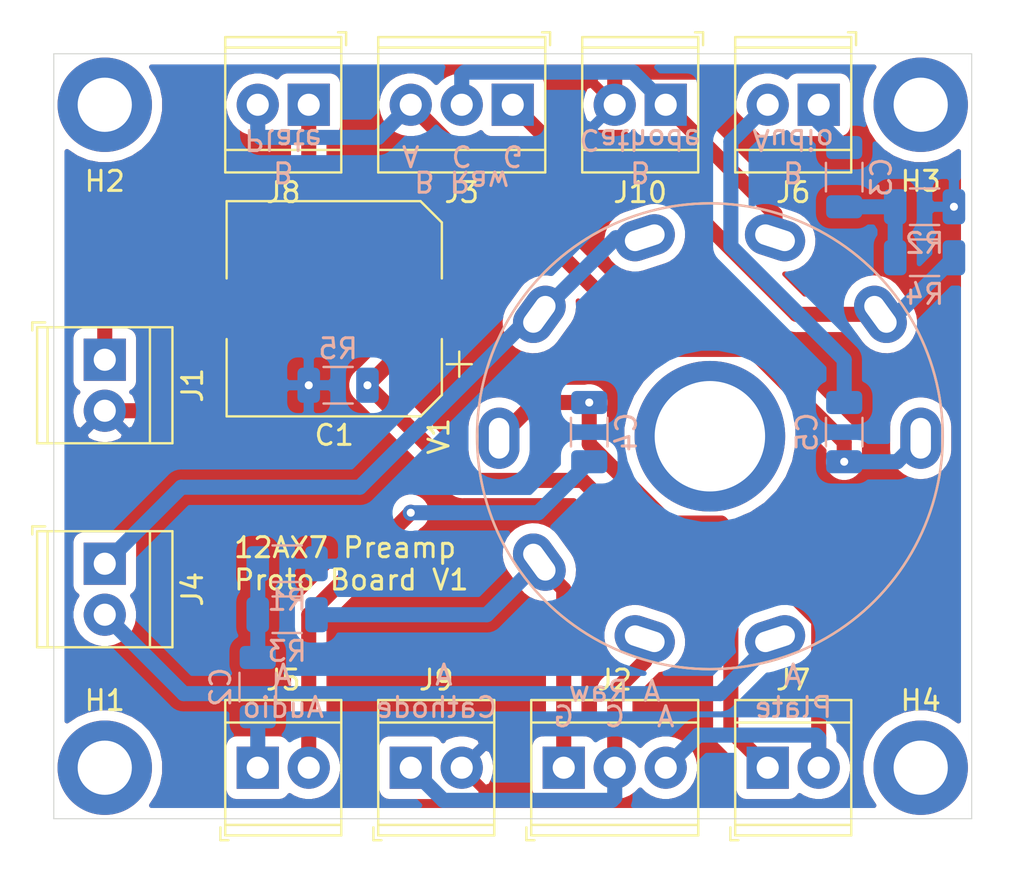
<source format=kicad_pcb>
(kicad_pcb (version 20171130) (host pcbnew 5.1.7-1.fc32)

  (general
    (thickness 1.6)
    (drawings 19)
    (tracks 100)
    (zones 0)
    (modules 25)
    (nets 17)
  )

  (page A4)
  (layers
    (0 F.Cu signal)
    (31 B.Cu signal)
    (32 B.Adhes user)
    (33 F.Adhes user)
    (34 B.Paste user)
    (35 F.Paste user)
    (36 B.SilkS user)
    (37 F.SilkS user)
    (38 B.Mask user)
    (39 F.Mask user)
    (40 Dwgs.User user)
    (41 Cmts.User user)
    (42 Eco1.User user)
    (43 Eco2.User user)
    (44 Edge.Cuts user)
    (45 Margin user)
    (46 B.CrtYd user)
    (47 F.CrtYd user)
    (48 B.Fab user)
    (49 F.Fab user)
  )

  (setup
    (last_trace_width 0.75)
    (trace_clearance 0.2)
    (zone_clearance 0.508)
    (zone_45_only no)
    (trace_min 0.2)
    (via_size 0.8)
    (via_drill 0.4)
    (via_min_size 0.4)
    (via_min_drill 0.3)
    (uvia_size 0.3)
    (uvia_drill 0.1)
    (uvias_allowed no)
    (uvia_min_size 0.2)
    (uvia_min_drill 0.1)
    (edge_width 0.05)
    (segment_width 0.2)
    (pcb_text_width 0.3)
    (pcb_text_size 1.5 1.5)
    (mod_edge_width 0.12)
    (mod_text_size 1 1)
    (mod_text_width 0.15)
    (pad_size 1.524 1.524)
    (pad_drill 0.762)
    (pad_to_mask_clearance 0)
    (aux_axis_origin 0 0)
    (visible_elements FFFFFF7F)
    (pcbplotparams
      (layerselection 0x010fc_ffffffff)
      (usegerberextensions false)
      (usegerberattributes true)
      (usegerberadvancedattributes true)
      (creategerberjobfile true)
      (excludeedgelayer true)
      (linewidth 0.100000)
      (plotframeref false)
      (viasonmask false)
      (mode 1)
      (useauxorigin false)
      (hpglpennumber 1)
      (hpglpenspeed 20)
      (hpglpendiameter 15.000000)
      (psnegative false)
      (psa4output false)
      (plotreference true)
      (plotvalue true)
      (plotinvisibletext false)
      (padsonsilk false)
      (subtractmaskfromsilk false)
      (outputformat 1)
      (mirror false)
      (drillshape 1)
      (scaleselection 1)
      (outputdirectory ""))
  )

  (net 0 "")
  (net 1 /f2)
  (net 2 /f1)
  (net 3 /AG)
  (net 4 /AC)
  (net 5 /AA)
  (net 6 /BG)
  (net 7 /BC)
  (net 8 /BA)
  (net 9 Earth)
  (net 10 /B+)
  (net 11 /A_in)
  (net 12 "Net-(C2-Pad1)")
  (net 13 /B_in)
  (net 14 "Net-(C3-Pad1)")
  (net 15 /A_out)
  (net 16 /B_out)

  (net_class Default "This is the default net class."
    (clearance 0.2)
    (trace_width 0.75)
    (via_dia 0.8)
    (via_drill 0.4)
    (uvia_dia 0.3)
    (uvia_drill 0.1)
    (add_net /AA)
    (add_net /AC)
    (add_net /AG)
    (add_net /A_in)
    (add_net /A_out)
    (add_net /B+)
    (add_net /BA)
    (add_net /BC)
    (add_net /BG)
    (add_net /B_in)
    (add_net /B_out)
    (add_net /f1)
    (add_net /f2)
    (add_net Earth)
    (add_net "Net-(C2-Pad1)")
    (add_net "Net-(C3-Pad1)")
  )

  (module Resistor_SMD:R_1206_3216Metric (layer B.Cu) (tedit 5F68FEEE) (tstamp 5F8DBA61)
    (at 63.6925 67.31 180)
    (descr "Resistor SMD 1206 (3216 Metric), square (rectangular) end terminal, IPC_7351 nominal, (Body size source: IPC-SM-782 page 72, https://www.pcb-3d.com/wordpress/wp-content/uploads/ipc-sm-782a_amendment_1_and_2.pdf), generated with kicad-footprint-generator")
    (tags resistor)
    (path /5FA679CD)
    (attr smd)
    (fp_text reference R5 (at 0 1.82) (layer B.SilkS)
      (effects (font (size 1 1) (thickness 0.15)) (justify mirror))
    )
    (fp_text value 2M (at 0 -1.82) (layer B.Fab)
      (effects (font (size 1 1) (thickness 0.15)) (justify mirror))
    )
    (fp_text user %R (at 0 0) (layer B.Fab)
      (effects (font (size 0.8 0.8) (thickness 0.12)) (justify mirror))
    )
    (fp_line (start -1.6 -0.8) (end -1.6 0.8) (layer B.Fab) (width 0.1))
    (fp_line (start -1.6 0.8) (end 1.6 0.8) (layer B.Fab) (width 0.1))
    (fp_line (start 1.6 0.8) (end 1.6 -0.8) (layer B.Fab) (width 0.1))
    (fp_line (start 1.6 -0.8) (end -1.6 -0.8) (layer B.Fab) (width 0.1))
    (fp_line (start -0.727064 0.91) (end 0.727064 0.91) (layer B.SilkS) (width 0.12))
    (fp_line (start -0.727064 -0.91) (end 0.727064 -0.91) (layer B.SilkS) (width 0.12))
    (fp_line (start -2.28 -1.12) (end -2.28 1.12) (layer B.CrtYd) (width 0.05))
    (fp_line (start -2.28 1.12) (end 2.28 1.12) (layer B.CrtYd) (width 0.05))
    (fp_line (start 2.28 1.12) (end 2.28 -1.12) (layer B.CrtYd) (width 0.05))
    (fp_line (start 2.28 -1.12) (end -2.28 -1.12) (layer B.CrtYd) (width 0.05))
    (pad 2 smd roundrect (at 1.4625 0 180) (size 1.125 1.75) (layers B.Cu B.Paste B.Mask) (roundrect_rratio 0.222222)
      (net 9 Earth))
    (pad 1 smd roundrect (at -1.4625 0 180) (size 1.125 1.75) (layers B.Cu B.Paste B.Mask) (roundrect_rratio 0.222222)
      (net 10 /B+))
    (model ${KISYS3DMOD}/Resistor_SMD.3dshapes/R_1206_3216Metric.wrl
      (at (xyz 0 0 0))
      (scale (xyz 1 1 1))
      (rotate (xyz 0 0 0))
    )
  )

  (module VT9-PT:VT9-PT (layer F.Cu) (tedit 5F8D146A) (tstamp 5F8D783E)
    (at 92.71 69.85 90)
    (descr "Valve ECC-83-2 flat pins")
    (tags "Valve ECC-83-2 flat pins")
    (path /5F8D1A33)
    (fp_text reference V1 (at 0 -24 90) (layer F.SilkS)
      (effects (font (size 1 1) (thickness 0.15)))
    )
    (fp_text value 12AX7 (at 0 2.7 90) (layer F.Fab)
      (effects (font (size 1 1) (thickness 0.15)))
    )
    (fp_text user %R (at 0 -18.2 90) (layer F.Fab)
      (effects (font (size 1 1) (thickness 0.15)))
    )
    (fp_circle (center 0 -10.5) (end 11.6 -10.5) (layer B.SilkS) (width 0.12))
    (fp_circle (center 0 -10.5) (end 11.6 -10.5) (layer F.SilkS) (width 0.12))
    (fp_circle (center 0 -10.5) (end 11.7 -10.5) (layer F.CrtYd) (width 0.12))
    (pad 9 thru_hole oval (at -10.086093 -7.255322 108) (size 2.03 3.05) (drill oval 1.02 2.03) (layers *.Cu *.Mask)
      (net 1 /f2))
    (pad 8 thru_hole oval (at -10.086093 -13.744678 72) (size 2.03 3.05) (drill oval 1.02 2.03) (layers *.Cu *.Mask)
      (net 4 /AC))
    (pad 7 thru_hole oval (at -6.271745 -18.994678 36) (size 2.03 3.05) (drill oval 1.02 2.03) (layers *.Cu *.Mask)
      (net 3 /AG))
    (pad 6 thru_hole oval (at -0.1 -21) (size 2.03 3.05) (drill oval 1.02 2.03) (layers *.Cu *.Mask)
      (net 5 /AA))
    (pad 5 thru_hole oval (at 6.071745 -18.994678 324) (size 2.03 3.05) (drill oval 1.02 2.03) (layers *.Cu *.Mask)
      (net 2 /f1))
    (pad 4 thru_hole oval (at 9.886093 -13.744678 288) (size 2.03 3.05) (drill oval 1.02 2.03) (layers *.Cu *.Mask)
      (net 2 /f1))
    (pad 3 thru_hole oval (at 9.886093 -7.255322 252) (size 2.03 3.05) (drill oval 1.02 2.03) (layers *.Cu *.Mask)
      (net 7 /BC))
    (pad 2 thru_hole oval (at 6.071745 -2.005322 216) (size 2.03 3.05) (drill oval 1.02 2.03) (layers *.Cu *.Mask)
      (net 6 /BG))
    (pad 1 thru_hole oval (at -0.1 0 180) (size 2.03 3.05) (drill oval 1.02 2.03) (layers *.Cu *.Mask)
      (net 8 /BA))
    (pad "" thru_hole circle (at 0 -10.5 90) (size 7.5 7.5) (drill 5.5) (layers *.Cu *.Mask))
    (model ${KIPRJMOD}/VT9-PT.pretty/VT9_PT.wrl
      (at (xyz 0 0 0))
      (scale (xyz 1 1 1))
      (rotate (xyz 0 0 0))
    )
  )

  (module Resistor_SMD:R_1206_3216Metric (layer B.Cu) (tedit 5F68FEEE) (tstamp 5F8D8FB5)
    (at 92.9025 60.96)
    (descr "Resistor SMD 1206 (3216 Metric), square (rectangular) end terminal, IPC_7351 nominal, (Body size source: IPC-SM-782 page 72, https://www.pcb-3d.com/wordpress/wp-content/uploads/ipc-sm-782a_amendment_1_and_2.pdf), generated with kicad-footprint-generator")
    (tags resistor)
    (path /5F93E292)
    (attr smd)
    (fp_text reference R4 (at 0 1.82 180) (layer B.SilkS)
      (effects (font (size 1 1) (thickness 0.15)) (justify mirror))
    )
    (fp_text value 36K (at 0 -1.82 180) (layer B.Fab)
      (effects (font (size 1 1) (thickness 0.15)) (justify mirror))
    )
    (fp_line (start 2.28 -1.12) (end -2.28 -1.12) (layer B.CrtYd) (width 0.05))
    (fp_line (start 2.28 1.12) (end 2.28 -1.12) (layer B.CrtYd) (width 0.05))
    (fp_line (start -2.28 1.12) (end 2.28 1.12) (layer B.CrtYd) (width 0.05))
    (fp_line (start -2.28 -1.12) (end -2.28 1.12) (layer B.CrtYd) (width 0.05))
    (fp_line (start -0.727064 -0.91) (end 0.727064 -0.91) (layer B.SilkS) (width 0.12))
    (fp_line (start -0.727064 0.91) (end 0.727064 0.91) (layer B.SilkS) (width 0.12))
    (fp_line (start 1.6 -0.8) (end -1.6 -0.8) (layer B.Fab) (width 0.1))
    (fp_line (start 1.6 0.8) (end 1.6 -0.8) (layer B.Fab) (width 0.1))
    (fp_line (start -1.6 0.8) (end 1.6 0.8) (layer B.Fab) (width 0.1))
    (fp_line (start -1.6 -0.8) (end -1.6 0.8) (layer B.Fab) (width 0.1))
    (fp_text user %R (at 0 0 180) (layer B.Fab)
      (effects (font (size 0.8 0.8) (thickness 0.12)) (justify mirror))
    )
    (pad 2 smd roundrect (at 1.4625 0) (size 1.125 1.75) (layers B.Cu B.Paste B.Mask) (roundrect_rratio 0.222222)
      (net 6 /BG))
    (pad 1 smd roundrect (at -1.4625 0) (size 1.125 1.75) (layers B.Cu B.Paste B.Mask) (roundrect_rratio 0.222222)
      (net 14 "Net-(C3-Pad1)"))
    (model ${KISYS3DMOD}/Resistor_SMD.3dshapes/R_1206_3216Metric.wrl
      (at (xyz 0 0 0))
      (scale (xyz 1 1 1))
      (rotate (xyz 0 0 0))
    )
  )

  (module Resistor_SMD:R_1206_3216Metric (layer B.Cu) (tedit 5F68FEEE) (tstamp 5F8DA8E5)
    (at 61.1525 78.74)
    (descr "Resistor SMD 1206 (3216 Metric), square (rectangular) end terminal, IPC_7351 nominal, (Body size source: IPC-SM-782 page 72, https://www.pcb-3d.com/wordpress/wp-content/uploads/ipc-sm-782a_amendment_1_and_2.pdf), generated with kicad-footprint-generator")
    (tags resistor)
    (path /5F9184F4)
    (attr smd)
    (fp_text reference R3 (at 0 1.82) (layer B.SilkS)
      (effects (font (size 1 1) (thickness 0.15)) (justify mirror))
    )
    (fp_text value 36K (at 0 -1.82) (layer B.Fab)
      (effects (font (size 1 1) (thickness 0.15)) (justify mirror))
    )
    (fp_line (start 2.28 -1.12) (end -2.28 -1.12) (layer B.CrtYd) (width 0.05))
    (fp_line (start 2.28 1.12) (end 2.28 -1.12) (layer B.CrtYd) (width 0.05))
    (fp_line (start -2.28 1.12) (end 2.28 1.12) (layer B.CrtYd) (width 0.05))
    (fp_line (start -2.28 -1.12) (end -2.28 1.12) (layer B.CrtYd) (width 0.05))
    (fp_line (start -0.727064 -0.91) (end 0.727064 -0.91) (layer B.SilkS) (width 0.12))
    (fp_line (start -0.727064 0.91) (end 0.727064 0.91) (layer B.SilkS) (width 0.12))
    (fp_line (start 1.6 -0.8) (end -1.6 -0.8) (layer B.Fab) (width 0.1))
    (fp_line (start 1.6 0.8) (end 1.6 -0.8) (layer B.Fab) (width 0.1))
    (fp_line (start -1.6 0.8) (end 1.6 0.8) (layer B.Fab) (width 0.1))
    (fp_line (start -1.6 -0.8) (end -1.6 0.8) (layer B.Fab) (width 0.1))
    (fp_text user %R (at 0 0) (layer B.Fab)
      (effects (font (size 0.8 0.8) (thickness 0.12)) (justify mirror))
    )
    (pad 2 smd roundrect (at 1.4625 0) (size 1.125 1.75) (layers B.Cu B.Paste B.Mask) (roundrect_rratio 0.222222)
      (net 3 /AG))
    (pad 1 smd roundrect (at -1.4625 0) (size 1.125 1.75) (layers B.Cu B.Paste B.Mask) (roundrect_rratio 0.222222)
      (net 12 "Net-(C2-Pad1)"))
    (model ${KISYS3DMOD}/Resistor_SMD.3dshapes/R_1206_3216Metric.wrl
      (at (xyz 0 0 0))
      (scale (xyz 1 1 1))
      (rotate (xyz 0 0 0))
    )
  )

  (module VT9-PT:TerminalBlock_1x02_P2.54mm_Horizontal (layer F.Cu) (tedit 5F8D165F) (tstamp 5F8D8F53)
    (at 80.01 53.34 180)
    (descr "Terminal Block TE 282834-2, 2 pins, pitch 2.54mm, size 5.54x6.5mm^2, drill diamater 1.1mm, pad diameter 2.1mm, see http://www.te.com/commerce/DocumentDelivery/DDEController?Action=showdoc&DocId=Customer+Drawing%7F282834%7FC1%7Fpdf%7FEnglish%7FENG_CD_282834_C1.pdf, script-generated using https://github.com/pointhi/kicad-footprint-generator/scripts/TerminalBlock_TE-Connectivity")
    (tags "THT Terminal Block TE 282834-2 pitch 2.54mm size 5.54x6.5mm^2 drill 1.1mm pad 2.1mm")
    (path /5FA42639)
    (fp_text reference J10 (at 1.27 -4.37) (layer F.SilkS)
      (effects (font (size 1 1) (thickness 0.15)))
    )
    (fp_text value B_cathode (at 1.27 4.37) (layer F.Fab)
      (effects (font (size 1 1) (thickness 0.15)))
    )
    (fp_circle (center 0 0) (end 1.1 0) (layer F.Fab) (width 0.1))
    (fp_circle (center 2.54 0) (end 3.64 0) (layer F.Fab) (width 0.1))
    (fp_line (start -1.5 -3.25) (end 4.04 -3.25) (layer F.Fab) (width 0.1))
    (fp_line (start 4.04 -3.25) (end 4.04 3.25) (layer F.Fab) (width 0.1))
    (fp_line (start 4.04 3.25) (end -1.1 3.25) (layer F.Fab) (width 0.1))
    (fp_line (start -1.1 3.25) (end -1.5 2.85) (layer F.Fab) (width 0.1))
    (fp_line (start -1.5 2.85) (end -1.5 -3.25) (layer F.Fab) (width 0.1))
    (fp_line (start -1.5 2.85) (end 4.04 2.85) (layer F.Fab) (width 0.1))
    (fp_line (start -1.62 2.85) (end 4.16 2.85) (layer F.SilkS) (width 0.12))
    (fp_line (start -1.5 -2.25) (end 4.04 -2.25) (layer F.Fab) (width 0.1))
    (fp_line (start -1.62 -2.25) (end 4.16 -2.25) (layer F.SilkS) (width 0.12))
    (fp_line (start -1.62 -3.37) (end 4.16 -3.37) (layer F.SilkS) (width 0.12))
    (fp_line (start -1.62 3.37) (end 4.16 3.37) (layer F.SilkS) (width 0.12))
    (fp_line (start -1.62 -3.37) (end -1.62 3.37) (layer F.SilkS) (width 0.12))
    (fp_line (start 4.16 -3.37) (end 4.16 3.37) (layer F.SilkS) (width 0.12))
    (fp_line (start 0.835 -0.7) (end -0.701 0.835) (layer F.Fab) (width 0.1))
    (fp_line (start 0.701 -0.835) (end -0.835 0.7) (layer F.Fab) (width 0.1))
    (fp_line (start 3.375 -0.7) (end 1.84 0.835) (layer F.Fab) (width 0.1))
    (fp_line (start 3.241 -0.835) (end 1.706 0.7) (layer F.Fab) (width 0.1))
    (fp_line (start -1.86 2.97) (end -1.86 3.61) (layer F.SilkS) (width 0.12))
    (fp_line (start -1.86 3.61) (end -1.46 3.61) (layer F.SilkS) (width 0.12))
    (fp_line (start -2 -3.75) (end -2 3.75) (layer F.CrtYd) (width 0.05))
    (fp_line (start -2 3.75) (end 4.54 3.75) (layer F.CrtYd) (width 0.05))
    (fp_line (start 4.54 3.75) (end 4.54 -3.75) (layer F.CrtYd) (width 0.05))
    (fp_line (start 4.54 -3.75) (end -2 -3.75) (layer F.CrtYd) (width 0.05))
    (fp_text user %R (at 1.27 2) (layer F.Fab)
      (effects (font (size 1 1) (thickness 0.15)))
    )
    (pad 2 thru_hole circle (at 2.54 0 180) (size 2.1 2.1) (drill 1.1) (layers *.Cu *.Mask)
      (net 9 Earth))
    (pad 1 thru_hole rect (at 0 0 180) (size 2.1 2.1) (drill 1.1) (layers *.Cu *.Mask)
      (net 7 /BC))
    (model ${KIPRJMOD}/VT9-PT.pretty/OSTVN02A150.wrl
      (offset (xyz -1 -3 0))
      (scale (xyz 0.4 0.4 0.4))
      (rotate (xyz 0 0 0))
    )
  )

  (module VT9-PT:TerminalBlock_1x02_P2.54mm_Horizontal (layer F.Cu) (tedit 5F8D165F) (tstamp 5F8DA109)
    (at 67.31 86.36)
    (descr "Terminal Block TE 282834-2, 2 pins, pitch 2.54mm, size 5.54x6.5mm^2, drill diamater 1.1mm, pad diameter 2.1mm, see http://www.te.com/commerce/DocumentDelivery/DDEController?Action=showdoc&DocId=Customer+Drawing%7F282834%7FC1%7Fpdf%7FEnglish%7FENG_CD_282834_C1.pdf, script-generated using https://github.com/pointhi/kicad-footprint-generator/scripts/TerminalBlock_TE-Connectivity")
    (tags "THT Terminal Block TE 282834-2 pitch 2.54mm size 5.54x6.5mm^2 drill 1.1mm pad 2.1mm")
    (path /5FA34150)
    (fp_text reference J9 (at 1.27 -4.37) (layer F.SilkS)
      (effects (font (size 1 1) (thickness 0.15)))
    )
    (fp_text value A_cathode (at 1.27 4.37) (layer F.Fab)
      (effects (font (size 1 1) (thickness 0.15)))
    )
    (fp_circle (center 0 0) (end 1.1 0) (layer F.Fab) (width 0.1))
    (fp_circle (center 2.54 0) (end 3.64 0) (layer F.Fab) (width 0.1))
    (fp_line (start -1.5 -3.25) (end 4.04 -3.25) (layer F.Fab) (width 0.1))
    (fp_line (start 4.04 -3.25) (end 4.04 3.25) (layer F.Fab) (width 0.1))
    (fp_line (start 4.04 3.25) (end -1.1 3.25) (layer F.Fab) (width 0.1))
    (fp_line (start -1.1 3.25) (end -1.5 2.85) (layer F.Fab) (width 0.1))
    (fp_line (start -1.5 2.85) (end -1.5 -3.25) (layer F.Fab) (width 0.1))
    (fp_line (start -1.5 2.85) (end 4.04 2.85) (layer F.Fab) (width 0.1))
    (fp_line (start -1.62 2.85) (end 4.16 2.85) (layer F.SilkS) (width 0.12))
    (fp_line (start -1.5 -2.25) (end 4.04 -2.25) (layer F.Fab) (width 0.1))
    (fp_line (start -1.62 -2.25) (end 4.16 -2.25) (layer F.SilkS) (width 0.12))
    (fp_line (start -1.62 -3.37) (end 4.16 -3.37) (layer F.SilkS) (width 0.12))
    (fp_line (start -1.62 3.37) (end 4.16 3.37) (layer F.SilkS) (width 0.12))
    (fp_line (start -1.62 -3.37) (end -1.62 3.37) (layer F.SilkS) (width 0.12))
    (fp_line (start 4.16 -3.37) (end 4.16 3.37) (layer F.SilkS) (width 0.12))
    (fp_line (start 0.835 -0.7) (end -0.701 0.835) (layer F.Fab) (width 0.1))
    (fp_line (start 0.701 -0.835) (end -0.835 0.7) (layer F.Fab) (width 0.1))
    (fp_line (start 3.375 -0.7) (end 1.84 0.835) (layer F.Fab) (width 0.1))
    (fp_line (start 3.241 -0.835) (end 1.706 0.7) (layer F.Fab) (width 0.1))
    (fp_line (start -1.86 2.97) (end -1.86 3.61) (layer F.SilkS) (width 0.12))
    (fp_line (start -1.86 3.61) (end -1.46 3.61) (layer F.SilkS) (width 0.12))
    (fp_line (start -2 -3.75) (end -2 3.75) (layer F.CrtYd) (width 0.05))
    (fp_line (start -2 3.75) (end 4.54 3.75) (layer F.CrtYd) (width 0.05))
    (fp_line (start 4.54 3.75) (end 4.54 -3.75) (layer F.CrtYd) (width 0.05))
    (fp_line (start 4.54 -3.75) (end -2 -3.75) (layer F.CrtYd) (width 0.05))
    (fp_text user %R (at 1.27 2) (layer F.Fab)
      (effects (font (size 1 1) (thickness 0.15)))
    )
    (pad 2 thru_hole circle (at 2.54 0) (size 2.1 2.1) (drill 1.1) (layers *.Cu *.Mask)
      (net 9 Earth))
    (pad 1 thru_hole rect (at 0 0) (size 2.1 2.1) (drill 1.1) (layers *.Cu *.Mask)
      (net 4 /AC))
    (model ${KIPRJMOD}/VT9-PT.pretty/OSTVN02A150.wrl
      (offset (xyz -1 -3 0))
      (scale (xyz 0.4 0.4 0.4))
      (rotate (xyz 0 0 0))
    )
  )

  (module VT9-PT:TerminalBlock_1x02_P2.54mm_Horizontal (layer F.Cu) (tedit 5F8D165F) (tstamp 5F8D8F13)
    (at 62.23 53.34 180)
    (descr "Terminal Block TE 282834-2, 2 pins, pitch 2.54mm, size 5.54x6.5mm^2, drill diamater 1.1mm, pad diameter 2.1mm, see http://www.te.com/commerce/DocumentDelivery/DDEController?Action=showdoc&DocId=Customer+Drawing%7F282834%7FC1%7Fpdf%7FEnglish%7FENG_CD_282834_C1.pdf, script-generated using https://github.com/pointhi/kicad-footprint-generator/scripts/TerminalBlock_TE-Connectivity")
    (tags "THT Terminal Block TE 282834-2 pitch 2.54mm size 5.54x6.5mm^2 drill 1.1mm pad 2.1mm")
    (path /5FA25EC2)
    (fp_text reference J8 (at 1.27 -4.37) (layer F.SilkS)
      (effects (font (size 1 1) (thickness 0.15)))
    )
    (fp_text value B_plate (at 1.27 4.37) (layer F.Fab)
      (effects (font (size 1 1) (thickness 0.15)))
    )
    (fp_circle (center 0 0) (end 1.1 0) (layer F.Fab) (width 0.1))
    (fp_circle (center 2.54 0) (end 3.64 0) (layer F.Fab) (width 0.1))
    (fp_line (start -1.5 -3.25) (end 4.04 -3.25) (layer F.Fab) (width 0.1))
    (fp_line (start 4.04 -3.25) (end 4.04 3.25) (layer F.Fab) (width 0.1))
    (fp_line (start 4.04 3.25) (end -1.1 3.25) (layer F.Fab) (width 0.1))
    (fp_line (start -1.1 3.25) (end -1.5 2.85) (layer F.Fab) (width 0.1))
    (fp_line (start -1.5 2.85) (end -1.5 -3.25) (layer F.Fab) (width 0.1))
    (fp_line (start -1.5 2.85) (end 4.04 2.85) (layer F.Fab) (width 0.1))
    (fp_line (start -1.62 2.85) (end 4.16 2.85) (layer F.SilkS) (width 0.12))
    (fp_line (start -1.5 -2.25) (end 4.04 -2.25) (layer F.Fab) (width 0.1))
    (fp_line (start -1.62 -2.25) (end 4.16 -2.25) (layer F.SilkS) (width 0.12))
    (fp_line (start -1.62 -3.37) (end 4.16 -3.37) (layer F.SilkS) (width 0.12))
    (fp_line (start -1.62 3.37) (end 4.16 3.37) (layer F.SilkS) (width 0.12))
    (fp_line (start -1.62 -3.37) (end -1.62 3.37) (layer F.SilkS) (width 0.12))
    (fp_line (start 4.16 -3.37) (end 4.16 3.37) (layer F.SilkS) (width 0.12))
    (fp_line (start 0.835 -0.7) (end -0.701 0.835) (layer F.Fab) (width 0.1))
    (fp_line (start 0.701 -0.835) (end -0.835 0.7) (layer F.Fab) (width 0.1))
    (fp_line (start 3.375 -0.7) (end 1.84 0.835) (layer F.Fab) (width 0.1))
    (fp_line (start 3.241 -0.835) (end 1.706 0.7) (layer F.Fab) (width 0.1))
    (fp_line (start -1.86 2.97) (end -1.86 3.61) (layer F.SilkS) (width 0.12))
    (fp_line (start -1.86 3.61) (end -1.46 3.61) (layer F.SilkS) (width 0.12))
    (fp_line (start -2 -3.75) (end -2 3.75) (layer F.CrtYd) (width 0.05))
    (fp_line (start -2 3.75) (end 4.54 3.75) (layer F.CrtYd) (width 0.05))
    (fp_line (start 4.54 3.75) (end 4.54 -3.75) (layer F.CrtYd) (width 0.05))
    (fp_line (start 4.54 -3.75) (end -2 -3.75) (layer F.CrtYd) (width 0.05))
    (fp_text user %R (at 1.27 2) (layer F.Fab)
      (effects (font (size 1 1) (thickness 0.15)))
    )
    (pad 2 thru_hole circle (at 2.54 0 180) (size 2.1 2.1) (drill 1.1) (layers *.Cu *.Mask)
      (net 8 /BA))
    (pad 1 thru_hole rect (at 0 0 180) (size 2.1 2.1) (drill 1.1) (layers *.Cu *.Mask)
      (net 10 /B+))
    (model ${KIPRJMOD}/VT9-PT.pretty/OSTVN02A150.wrl
      (offset (xyz -1 -3 0))
      (scale (xyz 0.4 0.4 0.4))
      (rotate (xyz 0 0 0))
    )
  )

  (module VT9-PT:TerminalBlock_1x02_P2.54mm_Horizontal (layer F.Cu) (tedit 5F8D165F) (tstamp 5F8D8EF3)
    (at 85.09 86.36)
    (descr "Terminal Block TE 282834-2, 2 pins, pitch 2.54mm, size 5.54x6.5mm^2, drill diamater 1.1mm, pad diameter 2.1mm, see http://www.te.com/commerce/DocumentDelivery/DDEController?Action=showdoc&DocId=Customer+Drawing%7F282834%7FC1%7Fpdf%7FEnglish%7FENG_CD_282834_C1.pdf, script-generated using https://github.com/pointhi/kicad-footprint-generator/scripts/TerminalBlock_TE-Connectivity")
    (tags "THT Terminal Block TE 282834-2 pitch 2.54mm size 5.54x6.5mm^2 drill 1.1mm pad 2.1mm")
    (path /5FA106F0)
    (fp_text reference J7 (at 1.27 -4.37) (layer F.SilkS)
      (effects (font (size 1 1) (thickness 0.15)))
    )
    (fp_text value A_plate (at 1.27 4.37) (layer F.Fab)
      (effects (font (size 1 1) (thickness 0.15)))
    )
    (fp_circle (center 0 0) (end 1.1 0) (layer F.Fab) (width 0.1))
    (fp_circle (center 2.54 0) (end 3.64 0) (layer F.Fab) (width 0.1))
    (fp_line (start -1.5 -3.25) (end 4.04 -3.25) (layer F.Fab) (width 0.1))
    (fp_line (start 4.04 -3.25) (end 4.04 3.25) (layer F.Fab) (width 0.1))
    (fp_line (start 4.04 3.25) (end -1.1 3.25) (layer F.Fab) (width 0.1))
    (fp_line (start -1.1 3.25) (end -1.5 2.85) (layer F.Fab) (width 0.1))
    (fp_line (start -1.5 2.85) (end -1.5 -3.25) (layer F.Fab) (width 0.1))
    (fp_line (start -1.5 2.85) (end 4.04 2.85) (layer F.Fab) (width 0.1))
    (fp_line (start -1.62 2.85) (end 4.16 2.85) (layer F.SilkS) (width 0.12))
    (fp_line (start -1.5 -2.25) (end 4.04 -2.25) (layer F.Fab) (width 0.1))
    (fp_line (start -1.62 -2.25) (end 4.16 -2.25) (layer F.SilkS) (width 0.12))
    (fp_line (start -1.62 -3.37) (end 4.16 -3.37) (layer F.SilkS) (width 0.12))
    (fp_line (start -1.62 3.37) (end 4.16 3.37) (layer F.SilkS) (width 0.12))
    (fp_line (start -1.62 -3.37) (end -1.62 3.37) (layer F.SilkS) (width 0.12))
    (fp_line (start 4.16 -3.37) (end 4.16 3.37) (layer F.SilkS) (width 0.12))
    (fp_line (start 0.835 -0.7) (end -0.701 0.835) (layer F.Fab) (width 0.1))
    (fp_line (start 0.701 -0.835) (end -0.835 0.7) (layer F.Fab) (width 0.1))
    (fp_line (start 3.375 -0.7) (end 1.84 0.835) (layer F.Fab) (width 0.1))
    (fp_line (start 3.241 -0.835) (end 1.706 0.7) (layer F.Fab) (width 0.1))
    (fp_line (start -1.86 2.97) (end -1.86 3.61) (layer F.SilkS) (width 0.12))
    (fp_line (start -1.86 3.61) (end -1.46 3.61) (layer F.SilkS) (width 0.12))
    (fp_line (start -2 -3.75) (end -2 3.75) (layer F.CrtYd) (width 0.05))
    (fp_line (start -2 3.75) (end 4.54 3.75) (layer F.CrtYd) (width 0.05))
    (fp_line (start 4.54 3.75) (end 4.54 -3.75) (layer F.CrtYd) (width 0.05))
    (fp_line (start 4.54 -3.75) (end -2 -3.75) (layer F.CrtYd) (width 0.05))
    (fp_text user %R (at 1.27 2) (layer F.Fab)
      (effects (font (size 1 1) (thickness 0.15)))
    )
    (pad 2 thru_hole circle (at 2.54 0) (size 2.1 2.1) (drill 1.1) (layers *.Cu *.Mask)
      (net 5 /AA))
    (pad 1 thru_hole rect (at 0 0) (size 2.1 2.1) (drill 1.1) (layers *.Cu *.Mask)
      (net 10 /B+))
    (model ${KIPRJMOD}/VT9-PT.pretty/OSTVN02A150.wrl
      (offset (xyz -1 -3 0))
      (scale (xyz 0.4 0.4 0.4))
      (rotate (xyz 0 0 0))
    )
  )

  (module VT9-PT:TerminalBlock_1x02_P2.54mm_Horizontal (layer F.Cu) (tedit 5F8D165F) (tstamp 5F8D8ED3)
    (at 87.63 53.34 180)
    (descr "Terminal Block TE 282834-2, 2 pins, pitch 2.54mm, size 5.54x6.5mm^2, drill diamater 1.1mm, pad diameter 2.1mm, see http://www.te.com/commerce/DocumentDelivery/DDEController?Action=showdoc&DocId=Customer+Drawing%7F282834%7FC1%7Fpdf%7FEnglish%7FENG_CD_282834_C1.pdf, script-generated using https://github.com/pointhi/kicad-footprint-generator/scripts/TerminalBlock_TE-Connectivity")
    (tags "THT Terminal Block TE 282834-2 pitch 2.54mm size 5.54x6.5mm^2 drill 1.1mm pad 2.1mm")
    (path /5F9C60F3)
    (fp_text reference J6 (at 1.27 -4.37) (layer F.SilkS)
      (effects (font (size 1 1) (thickness 0.15)))
    )
    (fp_text value B_audio (at 1.27 4.37) (layer F.Fab)
      (effects (font (size 1 1) (thickness 0.15)))
    )
    (fp_circle (center 0 0) (end 1.1 0) (layer F.Fab) (width 0.1))
    (fp_circle (center 2.54 0) (end 3.64 0) (layer F.Fab) (width 0.1))
    (fp_line (start -1.5 -3.25) (end 4.04 -3.25) (layer F.Fab) (width 0.1))
    (fp_line (start 4.04 -3.25) (end 4.04 3.25) (layer F.Fab) (width 0.1))
    (fp_line (start 4.04 3.25) (end -1.1 3.25) (layer F.Fab) (width 0.1))
    (fp_line (start -1.1 3.25) (end -1.5 2.85) (layer F.Fab) (width 0.1))
    (fp_line (start -1.5 2.85) (end -1.5 -3.25) (layer F.Fab) (width 0.1))
    (fp_line (start -1.5 2.85) (end 4.04 2.85) (layer F.Fab) (width 0.1))
    (fp_line (start -1.62 2.85) (end 4.16 2.85) (layer F.SilkS) (width 0.12))
    (fp_line (start -1.5 -2.25) (end 4.04 -2.25) (layer F.Fab) (width 0.1))
    (fp_line (start -1.62 -2.25) (end 4.16 -2.25) (layer F.SilkS) (width 0.12))
    (fp_line (start -1.62 -3.37) (end 4.16 -3.37) (layer F.SilkS) (width 0.12))
    (fp_line (start -1.62 3.37) (end 4.16 3.37) (layer F.SilkS) (width 0.12))
    (fp_line (start -1.62 -3.37) (end -1.62 3.37) (layer F.SilkS) (width 0.12))
    (fp_line (start 4.16 -3.37) (end 4.16 3.37) (layer F.SilkS) (width 0.12))
    (fp_line (start 0.835 -0.7) (end -0.701 0.835) (layer F.Fab) (width 0.1))
    (fp_line (start 0.701 -0.835) (end -0.835 0.7) (layer F.Fab) (width 0.1))
    (fp_line (start 3.375 -0.7) (end 1.84 0.835) (layer F.Fab) (width 0.1))
    (fp_line (start 3.241 -0.835) (end 1.706 0.7) (layer F.Fab) (width 0.1))
    (fp_line (start -1.86 2.97) (end -1.86 3.61) (layer F.SilkS) (width 0.12))
    (fp_line (start -1.86 3.61) (end -1.46 3.61) (layer F.SilkS) (width 0.12))
    (fp_line (start -2 -3.75) (end -2 3.75) (layer F.CrtYd) (width 0.05))
    (fp_line (start -2 3.75) (end 4.54 3.75) (layer F.CrtYd) (width 0.05))
    (fp_line (start 4.54 3.75) (end 4.54 -3.75) (layer F.CrtYd) (width 0.05))
    (fp_line (start 4.54 -3.75) (end -2 -3.75) (layer F.CrtYd) (width 0.05))
    (fp_text user %R (at 1.27 2) (layer F.Fab)
      (effects (font (size 1 1) (thickness 0.15)))
    )
    (pad 2 thru_hole circle (at 2.54 0 180) (size 2.1 2.1) (drill 1.1) (layers *.Cu *.Mask)
      (net 16 /B_out))
    (pad 1 thru_hole rect (at 0 0 180) (size 2.1 2.1) (drill 1.1) (layers *.Cu *.Mask)
      (net 13 /B_in))
    (model ${KIPRJMOD}/VT9-PT.pretty/OSTVN02A150.wrl
      (offset (xyz -1 -3 0))
      (scale (xyz 0.4 0.4 0.4))
      (rotate (xyz 0 0 0))
    )
  )

  (module VT9-PT:TerminalBlock_1x02_P2.54mm_Horizontal (layer F.Cu) (tedit 5F8D165F) (tstamp 5F8D8EB3)
    (at 59.69 86.36)
    (descr "Terminal Block TE 282834-2, 2 pins, pitch 2.54mm, size 5.54x6.5mm^2, drill diamater 1.1mm, pad diameter 2.1mm, see http://www.te.com/commerce/DocumentDelivery/DDEController?Action=showdoc&DocId=Customer+Drawing%7F282834%7FC1%7Fpdf%7FEnglish%7FENG_CD_282834_C1.pdf, script-generated using https://github.com/pointhi/kicad-footprint-generator/scripts/TerminalBlock_TE-Connectivity")
    (tags "THT Terminal Block TE 282834-2 pitch 2.54mm size 5.54x6.5mm^2 drill 1.1mm pad 2.1mm")
    (path /5F99024B)
    (fp_text reference J5 (at 1.27 -4.37) (layer F.SilkS)
      (effects (font (size 1 1) (thickness 0.15)))
    )
    (fp_text value A_audio (at 1.27 4.37) (layer F.Fab)
      (effects (font (size 1 1) (thickness 0.15)))
    )
    (fp_circle (center 0 0) (end 1.1 0) (layer F.Fab) (width 0.1))
    (fp_circle (center 2.54 0) (end 3.64 0) (layer F.Fab) (width 0.1))
    (fp_line (start -1.5 -3.25) (end 4.04 -3.25) (layer F.Fab) (width 0.1))
    (fp_line (start 4.04 -3.25) (end 4.04 3.25) (layer F.Fab) (width 0.1))
    (fp_line (start 4.04 3.25) (end -1.1 3.25) (layer F.Fab) (width 0.1))
    (fp_line (start -1.1 3.25) (end -1.5 2.85) (layer F.Fab) (width 0.1))
    (fp_line (start -1.5 2.85) (end -1.5 -3.25) (layer F.Fab) (width 0.1))
    (fp_line (start -1.5 2.85) (end 4.04 2.85) (layer F.Fab) (width 0.1))
    (fp_line (start -1.62 2.85) (end 4.16 2.85) (layer F.SilkS) (width 0.12))
    (fp_line (start -1.5 -2.25) (end 4.04 -2.25) (layer F.Fab) (width 0.1))
    (fp_line (start -1.62 -2.25) (end 4.16 -2.25) (layer F.SilkS) (width 0.12))
    (fp_line (start -1.62 -3.37) (end 4.16 -3.37) (layer F.SilkS) (width 0.12))
    (fp_line (start -1.62 3.37) (end 4.16 3.37) (layer F.SilkS) (width 0.12))
    (fp_line (start -1.62 -3.37) (end -1.62 3.37) (layer F.SilkS) (width 0.12))
    (fp_line (start 4.16 -3.37) (end 4.16 3.37) (layer F.SilkS) (width 0.12))
    (fp_line (start 0.835 -0.7) (end -0.701 0.835) (layer F.Fab) (width 0.1))
    (fp_line (start 0.701 -0.835) (end -0.835 0.7) (layer F.Fab) (width 0.1))
    (fp_line (start 3.375 -0.7) (end 1.84 0.835) (layer F.Fab) (width 0.1))
    (fp_line (start 3.241 -0.835) (end 1.706 0.7) (layer F.Fab) (width 0.1))
    (fp_line (start -1.86 2.97) (end -1.86 3.61) (layer F.SilkS) (width 0.12))
    (fp_line (start -1.86 3.61) (end -1.46 3.61) (layer F.SilkS) (width 0.12))
    (fp_line (start -2 -3.75) (end -2 3.75) (layer F.CrtYd) (width 0.05))
    (fp_line (start -2 3.75) (end 4.54 3.75) (layer F.CrtYd) (width 0.05))
    (fp_line (start 4.54 3.75) (end 4.54 -3.75) (layer F.CrtYd) (width 0.05))
    (fp_line (start 4.54 -3.75) (end -2 -3.75) (layer F.CrtYd) (width 0.05))
    (fp_text user %R (at 1.27 2) (layer F.Fab)
      (effects (font (size 1 1) (thickness 0.15)))
    )
    (pad 2 thru_hole circle (at 2.54 0) (size 2.1 2.1) (drill 1.1) (layers *.Cu *.Mask)
      (net 15 /A_out))
    (pad 1 thru_hole rect (at 0 0) (size 2.1 2.1) (drill 1.1) (layers *.Cu *.Mask)
      (net 11 /A_in))
    (model ${KIPRJMOD}/VT9-PT.pretty/OSTVN02A150.wrl
      (offset (xyz -1 -3 0))
      (scale (xyz 0.4 0.4 0.4))
      (rotate (xyz 0 0 0))
    )
  )

  (module VT9-PT:TerminalBlock_1x02_P2.54mm_Horizontal (layer F.Cu) (tedit 5F8D165F) (tstamp 5F8D8E93)
    (at 52.07 76.2 270)
    (descr "Terminal Block TE 282834-2, 2 pins, pitch 2.54mm, size 5.54x6.5mm^2, drill diamater 1.1mm, pad diameter 2.1mm, see http://www.te.com/commerce/DocumentDelivery/DDEController?Action=showdoc&DocId=Customer+Drawing%7F282834%7FC1%7Fpdf%7FEnglish%7FENG_CD_282834_C1.pdf, script-generated using https://github.com/pointhi/kicad-footprint-generator/scripts/TerminalBlock_TE-Connectivity")
    (tags "THT Terminal Block TE 282834-2 pitch 2.54mm size 5.54x6.5mm^2 drill 1.1mm pad 2.1mm")
    (path /5F945AC4)
    (fp_text reference J4 (at 1.27 -4.37 90) (layer F.SilkS)
      (effects (font (size 1 1) (thickness 0.15)))
    )
    (fp_text value Filament (at 1.27 4.37 90) (layer F.Fab)
      (effects (font (size 1 1) (thickness 0.15)))
    )
    (fp_circle (center 0 0) (end 1.1 0) (layer F.Fab) (width 0.1))
    (fp_circle (center 2.54 0) (end 3.64 0) (layer F.Fab) (width 0.1))
    (fp_line (start -1.5 -3.25) (end 4.04 -3.25) (layer F.Fab) (width 0.1))
    (fp_line (start 4.04 -3.25) (end 4.04 3.25) (layer F.Fab) (width 0.1))
    (fp_line (start 4.04 3.25) (end -1.1 3.25) (layer F.Fab) (width 0.1))
    (fp_line (start -1.1 3.25) (end -1.5 2.85) (layer F.Fab) (width 0.1))
    (fp_line (start -1.5 2.85) (end -1.5 -3.25) (layer F.Fab) (width 0.1))
    (fp_line (start -1.5 2.85) (end 4.04 2.85) (layer F.Fab) (width 0.1))
    (fp_line (start -1.62 2.85) (end 4.16 2.85) (layer F.SilkS) (width 0.12))
    (fp_line (start -1.5 -2.25) (end 4.04 -2.25) (layer F.Fab) (width 0.1))
    (fp_line (start -1.62 -2.25) (end 4.16 -2.25) (layer F.SilkS) (width 0.12))
    (fp_line (start -1.62 -3.37) (end 4.16 -3.37) (layer F.SilkS) (width 0.12))
    (fp_line (start -1.62 3.37) (end 4.16 3.37) (layer F.SilkS) (width 0.12))
    (fp_line (start -1.62 -3.37) (end -1.62 3.37) (layer F.SilkS) (width 0.12))
    (fp_line (start 4.16 -3.37) (end 4.16 3.37) (layer F.SilkS) (width 0.12))
    (fp_line (start 0.835 -0.7) (end -0.701 0.835) (layer F.Fab) (width 0.1))
    (fp_line (start 0.701 -0.835) (end -0.835 0.7) (layer F.Fab) (width 0.1))
    (fp_line (start 3.375 -0.7) (end 1.84 0.835) (layer F.Fab) (width 0.1))
    (fp_line (start 3.241 -0.835) (end 1.706 0.7) (layer F.Fab) (width 0.1))
    (fp_line (start -1.86 2.97) (end -1.86 3.61) (layer F.SilkS) (width 0.12))
    (fp_line (start -1.86 3.61) (end -1.46 3.61) (layer F.SilkS) (width 0.12))
    (fp_line (start -2 -3.75) (end -2 3.75) (layer F.CrtYd) (width 0.05))
    (fp_line (start -2 3.75) (end 4.54 3.75) (layer F.CrtYd) (width 0.05))
    (fp_line (start 4.54 3.75) (end 4.54 -3.75) (layer F.CrtYd) (width 0.05))
    (fp_line (start 4.54 -3.75) (end -2 -3.75) (layer F.CrtYd) (width 0.05))
    (fp_text user %R (at 1.27 2 90) (layer F.Fab)
      (effects (font (size 1 1) (thickness 0.15)))
    )
    (pad 2 thru_hole circle (at 2.54 0 270) (size 2.1 2.1) (drill 1.1) (layers *.Cu *.Mask)
      (net 1 /f2))
    (pad 1 thru_hole rect (at 0 0 270) (size 2.1 2.1) (drill 1.1) (layers *.Cu *.Mask)
      (net 2 /f1))
    (model ${KIPRJMOD}/VT9-PT.pretty/OSTVN02A150.wrl
      (offset (xyz -1 -3 0))
      (scale (xyz 0.4 0.4 0.4))
      (rotate (xyz 0 0 0))
    )
  )

  (module VT9-PT:TerminalBlock_1x02_P2.54mm_Horizontal (layer F.Cu) (tedit 5F8D165F) (tstamp 5F8D9D8B)
    (at 52.07 66.04 270)
    (descr "Terminal Block TE 282834-2, 2 pins, pitch 2.54mm, size 5.54x6.5mm^2, drill diamater 1.1mm, pad diameter 2.1mm, see http://www.te.com/commerce/DocumentDelivery/DDEController?Action=showdoc&DocId=Customer+Drawing%7F282834%7FC1%7Fpdf%7FEnglish%7FENG_CD_282834_C1.pdf, script-generated using https://github.com/pointhi/kicad-footprint-generator/scripts/TerminalBlock_TE-Connectivity")
    (tags "THT Terminal Block TE 282834-2 pitch 2.54mm size 5.54x6.5mm^2 drill 1.1mm pad 2.1mm")
    (path /5F954E00)
    (fp_text reference J1 (at 1.27 -4.37 90) (layer F.SilkS)
      (effects (font (size 1 1) (thickness 0.15)))
    )
    (fp_text value Power (at 1.27 4.37 90) (layer F.Fab)
      (effects (font (size 1 1) (thickness 0.15)))
    )
    (fp_circle (center 0 0) (end 1.1 0) (layer F.Fab) (width 0.1))
    (fp_circle (center 2.54 0) (end 3.64 0) (layer F.Fab) (width 0.1))
    (fp_line (start -1.5 -3.25) (end 4.04 -3.25) (layer F.Fab) (width 0.1))
    (fp_line (start 4.04 -3.25) (end 4.04 3.25) (layer F.Fab) (width 0.1))
    (fp_line (start 4.04 3.25) (end -1.1 3.25) (layer F.Fab) (width 0.1))
    (fp_line (start -1.1 3.25) (end -1.5 2.85) (layer F.Fab) (width 0.1))
    (fp_line (start -1.5 2.85) (end -1.5 -3.25) (layer F.Fab) (width 0.1))
    (fp_line (start -1.5 2.85) (end 4.04 2.85) (layer F.Fab) (width 0.1))
    (fp_line (start -1.62 2.85) (end 4.16 2.85) (layer F.SilkS) (width 0.12))
    (fp_line (start -1.5 -2.25) (end 4.04 -2.25) (layer F.Fab) (width 0.1))
    (fp_line (start -1.62 -2.25) (end 4.16 -2.25) (layer F.SilkS) (width 0.12))
    (fp_line (start -1.62 -3.37) (end 4.16 -3.37) (layer F.SilkS) (width 0.12))
    (fp_line (start -1.62 3.37) (end 4.16 3.37) (layer F.SilkS) (width 0.12))
    (fp_line (start -1.62 -3.37) (end -1.62 3.37) (layer F.SilkS) (width 0.12))
    (fp_line (start 4.16 -3.37) (end 4.16 3.37) (layer F.SilkS) (width 0.12))
    (fp_line (start 0.835 -0.7) (end -0.701 0.835) (layer F.Fab) (width 0.1))
    (fp_line (start 0.701 -0.835) (end -0.835 0.7) (layer F.Fab) (width 0.1))
    (fp_line (start 3.375 -0.7) (end 1.84 0.835) (layer F.Fab) (width 0.1))
    (fp_line (start 3.241 -0.835) (end 1.706 0.7) (layer F.Fab) (width 0.1))
    (fp_line (start -1.86 2.97) (end -1.86 3.61) (layer F.SilkS) (width 0.12))
    (fp_line (start -1.86 3.61) (end -1.46 3.61) (layer F.SilkS) (width 0.12))
    (fp_line (start -2 -3.75) (end -2 3.75) (layer F.CrtYd) (width 0.05))
    (fp_line (start -2 3.75) (end 4.54 3.75) (layer F.CrtYd) (width 0.05))
    (fp_line (start 4.54 3.75) (end 4.54 -3.75) (layer F.CrtYd) (width 0.05))
    (fp_line (start 4.54 -3.75) (end -2 -3.75) (layer F.CrtYd) (width 0.05))
    (fp_text user %R (at 1.27 2 90) (layer F.Fab)
      (effects (font (size 1 1) (thickness 0.15)))
    )
    (pad 2 thru_hole circle (at 2.54 0 270) (size 2.1 2.1) (drill 1.1) (layers *.Cu *.Mask)
      (net 9 Earth))
    (pad 1 thru_hole rect (at 0 0 270) (size 2.1 2.1) (drill 1.1) (layers *.Cu *.Mask)
      (net 10 /B+))
    (model ${KIPRJMOD}/VT9-PT.pretty/OSTVN02A150.wrl
      (offset (xyz -1 -3 0))
      (scale (xyz 0.4 0.4 0.4))
      (rotate (xyz 0 0 0))
    )
  )

  (module Capacitor_SMD:C_1206_3216Metric (layer B.Cu) (tedit 5F68FEEE) (tstamp 5F8DBD85)
    (at 88.9 69.645 270)
    (descr "Capacitor SMD 1206 (3216 Metric), square (rectangular) end terminal, IPC_7351 nominal, (Body size source: IPC-SM-782 page 76, https://www.pcb-3d.com/wordpress/wp-content/uploads/ipc-sm-782a_amendment_1_and_2.pdf), generated with kicad-footprint-generator")
    (tags capacitor)
    (path /5F9A95F5)
    (attr smd)
    (fp_text reference C5 (at 0 1.85 90) (layer B.SilkS)
      (effects (font (size 1 1) (thickness 0.15)) (justify mirror))
    )
    (fp_text value 0.022uF (at 0 -1.85 90) (layer B.Fab)
      (effects (font (size 1 1) (thickness 0.15)) (justify mirror))
    )
    (fp_line (start 2.3 -1.15) (end -2.3 -1.15) (layer B.CrtYd) (width 0.05))
    (fp_line (start 2.3 1.15) (end 2.3 -1.15) (layer B.CrtYd) (width 0.05))
    (fp_line (start -2.3 1.15) (end 2.3 1.15) (layer B.CrtYd) (width 0.05))
    (fp_line (start -2.3 -1.15) (end -2.3 1.15) (layer B.CrtYd) (width 0.05))
    (fp_line (start -0.711252 -0.91) (end 0.711252 -0.91) (layer B.SilkS) (width 0.12))
    (fp_line (start -0.711252 0.91) (end 0.711252 0.91) (layer B.SilkS) (width 0.12))
    (fp_line (start 1.6 -0.8) (end -1.6 -0.8) (layer B.Fab) (width 0.1))
    (fp_line (start 1.6 0.8) (end 1.6 -0.8) (layer B.Fab) (width 0.1))
    (fp_line (start -1.6 0.8) (end 1.6 0.8) (layer B.Fab) (width 0.1))
    (fp_line (start -1.6 -0.8) (end -1.6 0.8) (layer B.Fab) (width 0.1))
    (fp_text user %R (at 0 0 90) (layer B.Fab)
      (effects (font (size 0.8 0.8) (thickness 0.12)) (justify mirror))
    )
    (pad 2 smd roundrect (at 1.475 0 270) (size 1.15 1.8) (layers B.Cu B.Paste B.Mask) (roundrect_rratio 0.217391)
      (net 8 /BA))
    (pad 1 smd roundrect (at -1.475 0 270) (size 1.15 1.8) (layers B.Cu B.Paste B.Mask) (roundrect_rratio 0.217391)
      (net 16 /B_out))
    (model ${KISYS3DMOD}/Capacitor_SMD.3dshapes/C_1206_3216Metric.wrl
      (at (xyz 0 0 0))
      (scale (xyz 1 1 1))
      (rotate (xyz 0 0 0))
    )
  )

  (module Capacitor_SMD:C_1206_3216Metric (layer B.Cu) (tedit 5F68FEEE) (tstamp 5F8DA502)
    (at 76.2 69.645 90)
    (descr "Capacitor SMD 1206 (3216 Metric), square (rectangular) end terminal, IPC_7351 nominal, (Body size source: IPC-SM-782 page 76, https://www.pcb-3d.com/wordpress/wp-content/uploads/ipc-sm-782a_amendment_1_and_2.pdf), generated with kicad-footprint-generator")
    (tags capacitor)
    (path /5F9A392B)
    (attr smd)
    (fp_text reference C4 (at 0 1.85 90) (layer B.SilkS)
      (effects (font (size 1 1) (thickness 0.15)) (justify mirror))
    )
    (fp_text value 0.022uF (at 0 -1.85 90) (layer B.Fab)
      (effects (font (size 1 1) (thickness 0.15)) (justify mirror))
    )
    (fp_line (start 2.3 -1.15) (end -2.3 -1.15) (layer B.CrtYd) (width 0.05))
    (fp_line (start 2.3 1.15) (end 2.3 -1.15) (layer B.CrtYd) (width 0.05))
    (fp_line (start -2.3 1.15) (end 2.3 1.15) (layer B.CrtYd) (width 0.05))
    (fp_line (start -2.3 -1.15) (end -2.3 1.15) (layer B.CrtYd) (width 0.05))
    (fp_line (start -0.711252 -0.91) (end 0.711252 -0.91) (layer B.SilkS) (width 0.12))
    (fp_line (start -0.711252 0.91) (end 0.711252 0.91) (layer B.SilkS) (width 0.12))
    (fp_line (start 1.6 -0.8) (end -1.6 -0.8) (layer B.Fab) (width 0.1))
    (fp_line (start 1.6 0.8) (end 1.6 -0.8) (layer B.Fab) (width 0.1))
    (fp_line (start -1.6 0.8) (end 1.6 0.8) (layer B.Fab) (width 0.1))
    (fp_line (start -1.6 -0.8) (end -1.6 0.8) (layer B.Fab) (width 0.1))
    (fp_text user %R (at 0 0 90) (layer B.Fab)
      (effects (font (size 0.8 0.8) (thickness 0.12)) (justify mirror))
    )
    (pad 2 smd roundrect (at 1.475 0 90) (size 1.15 1.8) (layers B.Cu B.Paste B.Mask) (roundrect_rratio 0.217391)
      (net 5 /AA))
    (pad 1 smd roundrect (at -1.475 0 90) (size 1.15 1.8) (layers B.Cu B.Paste B.Mask) (roundrect_rratio 0.217391)
      (net 15 /A_out))
    (model ${KISYS3DMOD}/Capacitor_SMD.3dshapes/C_1206_3216Metric.wrl
      (at (xyz 0 0 0))
      (scale (xyz 1 1 1))
      (rotate (xyz 0 0 0))
    )
  )

  (module Capacitor_SMD:C_1206_3216Metric (layer B.Cu) (tedit 5F68FEEE) (tstamp 5F8DA80F)
    (at 88.9 56.945 90)
    (descr "Capacitor SMD 1206 (3216 Metric), square (rectangular) end terminal, IPC_7351 nominal, (Body size source: IPC-SM-782 page 76, https://www.pcb-3d.com/wordpress/wp-content/uploads/ipc-sm-782a_amendment_1_and_2.pdf), generated with kicad-footprint-generator")
    (tags capacitor)
    (path /5F96D058)
    (attr smd)
    (fp_text reference C3 (at 0 1.85 270) (layer B.SilkS)
      (effects (font (size 1 1) (thickness 0.15)) (justify mirror))
    )
    (fp_text value 0.022uF (at 0 -1.85 270) (layer B.Fab)
      (effects (font (size 1 1) (thickness 0.15)) (justify mirror))
    )
    (fp_line (start 2.3 -1.15) (end -2.3 -1.15) (layer B.CrtYd) (width 0.05))
    (fp_line (start 2.3 1.15) (end 2.3 -1.15) (layer B.CrtYd) (width 0.05))
    (fp_line (start -2.3 1.15) (end 2.3 1.15) (layer B.CrtYd) (width 0.05))
    (fp_line (start -2.3 -1.15) (end -2.3 1.15) (layer B.CrtYd) (width 0.05))
    (fp_line (start -0.711252 -0.91) (end 0.711252 -0.91) (layer B.SilkS) (width 0.12))
    (fp_line (start -0.711252 0.91) (end 0.711252 0.91) (layer B.SilkS) (width 0.12))
    (fp_line (start 1.6 -0.8) (end -1.6 -0.8) (layer B.Fab) (width 0.1))
    (fp_line (start 1.6 0.8) (end 1.6 -0.8) (layer B.Fab) (width 0.1))
    (fp_line (start -1.6 0.8) (end 1.6 0.8) (layer B.Fab) (width 0.1))
    (fp_line (start -1.6 -0.8) (end -1.6 0.8) (layer B.Fab) (width 0.1))
    (fp_text user %R (at 0 0 270) (layer B.Fab)
      (effects (font (size 0.8 0.8) (thickness 0.12)) (justify mirror))
    )
    (pad 2 smd roundrect (at 1.475 0 90) (size 1.15 1.8) (layers B.Cu B.Paste B.Mask) (roundrect_rratio 0.217391)
      (net 13 /B_in))
    (pad 1 smd roundrect (at -1.475 0 90) (size 1.15 1.8) (layers B.Cu B.Paste B.Mask) (roundrect_rratio 0.217391)
      (net 14 "Net-(C3-Pad1)"))
    (model ${KISYS3DMOD}/Capacitor_SMD.3dshapes/C_1206_3216Metric.wrl
      (at (xyz 0 0 0))
      (scale (xyz 1 1 1))
      (rotate (xyz 0 0 0))
    )
  )

  (module Capacitor_SMD:C_1206_3216Metric (layer B.Cu) (tedit 5F68FEEE) (tstamp 5F8D8D5C)
    (at 59.69 82.345 270)
    (descr "Capacitor SMD 1206 (3216 Metric), square (rectangular) end terminal, IPC_7351 nominal, (Body size source: IPC-SM-782 page 76, https://www.pcb-3d.com/wordpress/wp-content/uploads/ipc-sm-782a_amendment_1_and_2.pdf), generated with kicad-footprint-generator")
    (tags capacitor)
    (path /5F9661B9)
    (attr smd)
    (fp_text reference C2 (at 0 1.85 90) (layer B.SilkS)
      (effects (font (size 1 1) (thickness 0.15)) (justify mirror))
    )
    (fp_text value 0.022uF (at 0 -1.85 90) (layer B.Fab)
      (effects (font (size 1 1) (thickness 0.15)) (justify mirror))
    )
    (fp_line (start 2.3 -1.15) (end -2.3 -1.15) (layer B.CrtYd) (width 0.05))
    (fp_line (start 2.3 1.15) (end 2.3 -1.15) (layer B.CrtYd) (width 0.05))
    (fp_line (start -2.3 1.15) (end 2.3 1.15) (layer B.CrtYd) (width 0.05))
    (fp_line (start -2.3 -1.15) (end -2.3 1.15) (layer B.CrtYd) (width 0.05))
    (fp_line (start -0.711252 -0.91) (end 0.711252 -0.91) (layer B.SilkS) (width 0.12))
    (fp_line (start -0.711252 0.91) (end 0.711252 0.91) (layer B.SilkS) (width 0.12))
    (fp_line (start 1.6 -0.8) (end -1.6 -0.8) (layer B.Fab) (width 0.1))
    (fp_line (start 1.6 0.8) (end 1.6 -0.8) (layer B.Fab) (width 0.1))
    (fp_line (start -1.6 0.8) (end 1.6 0.8) (layer B.Fab) (width 0.1))
    (fp_line (start -1.6 -0.8) (end -1.6 0.8) (layer B.Fab) (width 0.1))
    (fp_text user %R (at 0 0 90) (layer B.Fab)
      (effects (font (size 0.8 0.8) (thickness 0.12)) (justify mirror))
    )
    (pad 2 smd roundrect (at 1.475 0 270) (size 1.15 1.8) (layers B.Cu B.Paste B.Mask) (roundrect_rratio 0.217391)
      (net 11 /A_in))
    (pad 1 smd roundrect (at -1.475 0 270) (size 1.15 1.8) (layers B.Cu B.Paste B.Mask) (roundrect_rratio 0.217391)
      (net 12 "Net-(C2-Pad1)"))
    (model ${KISYS3DMOD}/Capacitor_SMD.3dshapes/C_1206_3216Metric.wrl
      (at (xyz 0 0 0))
      (scale (xyz 1 1 1))
      (rotate (xyz 0 0 0))
    )
  )

  (module Capacitor_SMD:CP_Elec_10x10.5 (layer F.Cu) (tedit 5BCA39D1) (tstamp 5F8D8D4B)
    (at 63.5 63.5 180)
    (descr "SMD capacitor, aluminum electrolytic, Vishay 1010, 10.0x10.5mm, http://www.vishay.com/docs/28395/150crz.pdf")
    (tags "capacitor electrolytic")
    (path /5F977217)
    (attr smd)
    (fp_text reference C1 (at 0 -6.3) (layer F.SilkS)
      (effects (font (size 1 1) (thickness 0.15)))
    )
    (fp_text value 10uF (at 0 6.3) (layer F.Fab)
      (effects (font (size 1 1) (thickness 0.15)))
    )
    (fp_line (start -6.65 1.5) (end -5.5 1.5) (layer F.CrtYd) (width 0.05))
    (fp_line (start -6.65 -1.5) (end -6.65 1.5) (layer F.CrtYd) (width 0.05))
    (fp_line (start -5.5 -1.5) (end -6.65 -1.5) (layer F.CrtYd) (width 0.05))
    (fp_line (start -5.5 1.5) (end -5.5 4.35) (layer F.CrtYd) (width 0.05))
    (fp_line (start -5.5 -4.35) (end -5.5 -1.5) (layer F.CrtYd) (width 0.05))
    (fp_line (start -5.5 -4.35) (end -4.35 -5.5) (layer F.CrtYd) (width 0.05))
    (fp_line (start -5.5 4.35) (end -4.35 5.5) (layer F.CrtYd) (width 0.05))
    (fp_line (start -4.35 -5.5) (end 5.5 -5.5) (layer F.CrtYd) (width 0.05))
    (fp_line (start -4.35 5.5) (end 5.5 5.5) (layer F.CrtYd) (width 0.05))
    (fp_line (start 5.5 1.5) (end 5.5 5.5) (layer F.CrtYd) (width 0.05))
    (fp_line (start 6.65 1.5) (end 5.5 1.5) (layer F.CrtYd) (width 0.05))
    (fp_line (start 6.65 -1.5) (end 6.65 1.5) (layer F.CrtYd) (width 0.05))
    (fp_line (start 5.5 -1.5) (end 6.65 -1.5) (layer F.CrtYd) (width 0.05))
    (fp_line (start 5.5 -5.5) (end 5.5 -1.5) (layer F.CrtYd) (width 0.05))
    (fp_line (start -6.225 -3.385) (end -6.225 -2.135) (layer F.SilkS) (width 0.12))
    (fp_line (start -6.85 -2.76) (end -5.6 -2.76) (layer F.SilkS) (width 0.12))
    (fp_line (start -5.36 4.295563) (end -4.295563 5.36) (layer F.SilkS) (width 0.12))
    (fp_line (start -5.36 -4.295563) (end -4.295563 -5.36) (layer F.SilkS) (width 0.12))
    (fp_line (start -5.36 -4.295563) (end -5.36 -1.51) (layer F.SilkS) (width 0.12))
    (fp_line (start -5.36 4.295563) (end -5.36 1.51) (layer F.SilkS) (width 0.12))
    (fp_line (start -4.295563 5.36) (end 5.36 5.36) (layer F.SilkS) (width 0.12))
    (fp_line (start -4.295563 -5.36) (end 5.36 -5.36) (layer F.SilkS) (width 0.12))
    (fp_line (start 5.36 -5.36) (end 5.36 -1.51) (layer F.SilkS) (width 0.12))
    (fp_line (start 5.36 5.36) (end 5.36 1.51) (layer F.SilkS) (width 0.12))
    (fp_line (start -4.058325 -2.2) (end -4.058325 -1.2) (layer F.Fab) (width 0.1))
    (fp_line (start -4.558325 -1.7) (end -3.558325 -1.7) (layer F.Fab) (width 0.1))
    (fp_line (start -5.25 4.25) (end -4.25 5.25) (layer F.Fab) (width 0.1))
    (fp_line (start -5.25 -4.25) (end -4.25 -5.25) (layer F.Fab) (width 0.1))
    (fp_line (start -5.25 -4.25) (end -5.25 4.25) (layer F.Fab) (width 0.1))
    (fp_line (start -4.25 5.25) (end 5.25 5.25) (layer F.Fab) (width 0.1))
    (fp_line (start -4.25 -5.25) (end 5.25 -5.25) (layer F.Fab) (width 0.1))
    (fp_line (start 5.25 -5.25) (end 5.25 5.25) (layer F.Fab) (width 0.1))
    (fp_circle (center 0 0) (end 5 0) (layer F.Fab) (width 0.1))
    (fp_text user %R (at 0 0) (layer F.Fab)
      (effects (font (size 1 1) (thickness 0.15)))
    )
    (pad 2 smd roundrect (at 4.2 0 180) (size 4.4 2.5) (layers F.Cu F.Paste F.Mask) (roundrect_rratio 0.1)
      (net 9 Earth))
    (pad 1 smd roundrect (at -4.2 0 180) (size 4.4 2.5) (layers F.Cu F.Paste F.Mask) (roundrect_rratio 0.1)
      (net 10 /B+))
    (model ${KISYS3DMOD}/Capacitor_SMD.3dshapes/CP_Elec_10x10.5.wrl
      (at (xyz 0 0 0))
      (scale (xyz 1 1 1))
      (rotate (xyz 0 0 0))
    )
  )

  (module Resistor_SMD:R_1206_3216Metric (layer B.Cu) (tedit 5F68FEEE) (tstamp 5F8D87DD)
    (at 92.9025 58.42)
    (descr "Resistor SMD 1206 (3216 Metric), square (rectangular) end terminal, IPC_7351 nominal, (Body size source: IPC-SM-782 page 72, https://www.pcb-3d.com/wordpress/wp-content/uploads/ipc-sm-782a_amendment_1_and_2.pdf), generated with kicad-footprint-generator")
    (tags resistor)
    (path /5F900956)
    (attr smd)
    (fp_text reference R2 (at 0 1.82 180) (layer B.SilkS)
      (effects (font (size 1 1) (thickness 0.15)) (justify mirror))
    )
    (fp_text value 1M (at 0 -1.82 180) (layer B.Fab)
      (effects (font (size 1 1) (thickness 0.15)) (justify mirror))
    )
    (fp_line (start 2.28 -1.12) (end -2.28 -1.12) (layer B.CrtYd) (width 0.05))
    (fp_line (start 2.28 1.12) (end 2.28 -1.12) (layer B.CrtYd) (width 0.05))
    (fp_line (start -2.28 1.12) (end 2.28 1.12) (layer B.CrtYd) (width 0.05))
    (fp_line (start -2.28 -1.12) (end -2.28 1.12) (layer B.CrtYd) (width 0.05))
    (fp_line (start -0.727064 -0.91) (end 0.727064 -0.91) (layer B.SilkS) (width 0.12))
    (fp_line (start -0.727064 0.91) (end 0.727064 0.91) (layer B.SilkS) (width 0.12))
    (fp_line (start 1.6 -0.8) (end -1.6 -0.8) (layer B.Fab) (width 0.1))
    (fp_line (start 1.6 0.8) (end 1.6 -0.8) (layer B.Fab) (width 0.1))
    (fp_line (start -1.6 0.8) (end 1.6 0.8) (layer B.Fab) (width 0.1))
    (fp_line (start -1.6 -0.8) (end -1.6 0.8) (layer B.Fab) (width 0.1))
    (fp_text user %R (at 0 0 270) (layer B.Fab)
      (effects (font (size 0.8 0.8) (thickness 0.12)) (justify mirror))
    )
    (pad 2 smd roundrect (at 1.4625 0) (size 1.125 1.75) (layers B.Cu B.Paste B.Mask) (roundrect_rratio 0.222222)
      (net 9 Earth))
    (pad 1 smd roundrect (at -1.4625 0) (size 1.125 1.75) (layers B.Cu B.Paste B.Mask) (roundrect_rratio 0.222222)
      (net 14 "Net-(C3-Pad1)"))
    (model ${KISYS3DMOD}/Resistor_SMD.3dshapes/R_1206_3216Metric.wrl
      (at (xyz 0 0 0))
      (scale (xyz 1 1 1))
      (rotate (xyz 0 0 0))
    )
  )

  (module Resistor_SMD:R_1206_3216Metric (layer B.Cu) (tedit 5F68FEEE) (tstamp 5F8D8634)
    (at 61.1525 76.2)
    (descr "Resistor SMD 1206 (3216 Metric), square (rectangular) end terminal, IPC_7351 nominal, (Body size source: IPC-SM-782 page 72, https://www.pcb-3d.com/wordpress/wp-content/uploads/ipc-sm-782a_amendment_1_and_2.pdf), generated with kicad-footprint-generator")
    (tags resistor)
    (path /5F8F3520)
    (attr smd)
    (fp_text reference R1 (at 0 1.82) (layer B.SilkS)
      (effects (font (size 1 1) (thickness 0.15)) (justify mirror))
    )
    (fp_text value 1M (at 0 -1.82) (layer B.Fab)
      (effects (font (size 1 1) (thickness 0.15)) (justify mirror))
    )
    (fp_line (start 2.28 -1.12) (end -2.28 -1.12) (layer B.CrtYd) (width 0.05))
    (fp_line (start 2.28 1.12) (end 2.28 -1.12) (layer B.CrtYd) (width 0.05))
    (fp_line (start -2.28 1.12) (end 2.28 1.12) (layer B.CrtYd) (width 0.05))
    (fp_line (start -2.28 -1.12) (end -2.28 1.12) (layer B.CrtYd) (width 0.05))
    (fp_line (start -0.727064 -0.91) (end 0.727064 -0.91) (layer B.SilkS) (width 0.12))
    (fp_line (start -0.727064 0.91) (end 0.727064 0.91) (layer B.SilkS) (width 0.12))
    (fp_line (start 1.6 -0.8) (end -1.6 -0.8) (layer B.Fab) (width 0.1))
    (fp_line (start 1.6 0.8) (end 1.6 -0.8) (layer B.Fab) (width 0.1))
    (fp_line (start -1.6 0.8) (end 1.6 0.8) (layer B.Fab) (width 0.1))
    (fp_line (start -1.6 -0.8) (end -1.6 0.8) (layer B.Fab) (width 0.1))
    (fp_text user %R (at 0 0) (layer B.Fab)
      (effects (font (size 0.8 0.8) (thickness 0.12)) (justify mirror))
    )
    (pad 2 smd roundrect (at 1.4625 0) (size 1.125 1.75) (layers B.Cu B.Paste B.Mask) (roundrect_rratio 0.222222)
      (net 9 Earth))
    (pad 1 smd roundrect (at -1.4625 0) (size 1.125 1.75) (layers B.Cu B.Paste B.Mask) (roundrect_rratio 0.222222)
      (net 12 "Net-(C2-Pad1)"))
    (model ${KISYS3DMOD}/Resistor_SMD.3dshapes/R_1206_3216Metric.wrl
      (at (xyz 0 0 0))
      (scale (xyz 1 1 1))
      (rotate (xyz 0 0 0))
    )
  )

  (module MountingHole:MountingHole_2.7mm_M2.5_DIN965_Pad (layer F.Cu) (tedit 56D1B4CB) (tstamp 5F8D7C3E)
    (at 92.71 86.36)
    (descr "Mounting Hole 2.7mm, M2.5, DIN965")
    (tags "mounting hole 2.7mm m2.5 din965")
    (path /5F8EAC21)
    (attr virtual)
    (fp_text reference H4 (at 0 -3.35) (layer F.SilkS)
      (effects (font (size 1 1) (thickness 0.15)))
    )
    (fp_text value MountingHole (at 0 3.35) (layer F.Fab)
      (effects (font (size 1 1) (thickness 0.15)))
    )
    (fp_circle (center 0 0) (end 2.6 0) (layer F.CrtYd) (width 0.05))
    (fp_circle (center 0 0) (end 2.35 0) (layer Cmts.User) (width 0.15))
    (fp_text user %R (at 0.3 0) (layer F.Fab)
      (effects (font (size 1 1) (thickness 0.15)))
    )
    (pad 1 thru_hole circle (at 0 0) (size 4.7 4.7) (drill 2.7) (layers *.Cu *.Mask))
  )

  (module MountingHole:MountingHole_2.7mm_M2.5_DIN965_Pad (layer F.Cu) (tedit 56D1B4CB) (tstamp 5F8D7C36)
    (at 92.71 53.34)
    (descr "Mounting Hole 2.7mm, M2.5, DIN965")
    (tags "mounting hole 2.7mm m2.5 din965")
    (path /5F8EAB17)
    (attr virtual)
    (fp_text reference H3 (at 0 3.81) (layer F.SilkS)
      (effects (font (size 1 1) (thickness 0.15)))
    )
    (fp_text value MountingHole (at 0 3.35) (layer F.Fab)
      (effects (font (size 1 1) (thickness 0.15)))
    )
    (fp_circle (center 0 0) (end 2.6 0) (layer F.CrtYd) (width 0.05))
    (fp_circle (center 0 0) (end 2.35 0) (layer Cmts.User) (width 0.15))
    (fp_text user %R (at 0 0) (layer F.Fab)
      (effects (font (size 1 1) (thickness 0.15)))
    )
    (pad 1 thru_hole circle (at 0 0) (size 4.7 4.7) (drill 2.7) (layers *.Cu *.Mask))
  )

  (module MountingHole:MountingHole_2.7mm_M2.5_DIN965_Pad (layer F.Cu) (tedit 56D1B4CB) (tstamp 5F8D7C2E)
    (at 52.07 53.34)
    (descr "Mounting Hole 2.7mm, M2.5, DIN965")
    (tags "mounting hole 2.7mm m2.5 din965")
    (path /5F8E883A)
    (attr virtual)
    (fp_text reference H2 (at 0 3.81) (layer F.SilkS)
      (effects (font (size 1 1) (thickness 0.15)))
    )
    (fp_text value MountingHole (at 0 3.35) (layer F.Fab)
      (effects (font (size 1 1) (thickness 0.15)))
    )
    (fp_circle (center 0 0) (end 2.6 0) (layer F.CrtYd) (width 0.05))
    (fp_circle (center 0 0) (end 2.35 0) (layer Cmts.User) (width 0.15))
    (fp_text user %R (at 0.3 0) (layer F.Fab)
      (effects (font (size 1 1) (thickness 0.15)))
    )
    (pad 1 thru_hole circle (at 0 0) (size 4.7 4.7) (drill 2.7) (layers *.Cu *.Mask))
  )

  (module MountingHole:MountingHole_2.7mm_M2.5_DIN965_Pad (layer F.Cu) (tedit 56D1B4CB) (tstamp 5F8D7C26)
    (at 52.07 86.36)
    (descr "Mounting Hole 2.7mm, M2.5, DIN965")
    (tags "mounting hole 2.7mm m2.5 din965")
    (path /5F8E7174)
    (attr virtual)
    (fp_text reference H1 (at 0 -3.35) (layer F.SilkS)
      (effects (font (size 1 1) (thickness 0.15)))
    )
    (fp_text value MountingHole (at 0 3.35) (layer F.Fab)
      (effects (font (size 1 1) (thickness 0.15)))
    )
    (fp_circle (center 0 0) (end 2.6 0) (layer F.CrtYd) (width 0.05))
    (fp_circle (center 0 0) (end 2.35 0) (layer Cmts.User) (width 0.15))
    (fp_text user %R (at 0.3 0) (layer F.Fab)
      (effects (font (size 1 1) (thickness 0.15)))
    )
    (pad 1 thru_hole circle (at 0 0) (size 4.7 4.7) (drill 2.7) (layers *.Cu *.Mask))
  )

  (module VT9-PT:TerminalBlock_1x03_P2.54mm_Horizontal (layer F.Cu) (tedit 5F8D1695) (tstamp 5F8D782D)
    (at 72.39 53.34 180)
    (descr "Terminal Block TE 282834-3, 3 pins, pitch 2.54mm, size 8.08x6.5mm^2, drill diamater 1.1mm, pad diameter 2.1mm, see http://www.te.com/commerce/DocumentDelivery/DDEController?Action=showdoc&DocId=Customer+Drawing%7F282834%7FC1%7Fpdf%7FEnglish%7FENG_CD_282834_C1.pdf, script-generated using https://github.com/pointhi/kicad-footprint-generator/scripts/TerminalBlock_TE-Connectivity")
    (tags "THT Terminal Block TE 282834-3 pitch 2.54mm size 8.08x6.5mm^2 drill 1.1mm pad 2.1mm")
    (path /5F8E0437)
    (fp_text reference J3 (at 2.54 -4.37) (layer F.SilkS)
      (effects (font (size 1 1) (thickness 0.15)))
    )
    (fp_text value B (at 2.54 4.37) (layer F.Fab)
      (effects (font (size 1 1) (thickness 0.15)))
    )
    (fp_circle (center 0 0) (end 1.1 0) (layer F.Fab) (width 0.1))
    (fp_circle (center 2.54 0) (end 3.64 0) (layer F.Fab) (width 0.1))
    (fp_circle (center 5.08 0) (end 6.18 0) (layer F.Fab) (width 0.1))
    (fp_line (start -1.5 -3.25) (end 6.58 -3.25) (layer F.Fab) (width 0.1))
    (fp_line (start 6.58 -3.25) (end 6.58 3.25) (layer F.Fab) (width 0.1))
    (fp_line (start 6.58 3.25) (end -1.1 3.25) (layer F.Fab) (width 0.1))
    (fp_line (start -1.1 3.25) (end -1.5 2.85) (layer F.Fab) (width 0.1))
    (fp_line (start -1.5 2.85) (end -1.5 -3.25) (layer F.Fab) (width 0.1))
    (fp_line (start -1.5 2.85) (end 6.58 2.85) (layer F.Fab) (width 0.1))
    (fp_line (start -1.62 2.85) (end 6.7 2.85) (layer F.SilkS) (width 0.12))
    (fp_line (start -1.5 -2.25) (end 6.58 -2.25) (layer F.Fab) (width 0.1))
    (fp_line (start -1.62 -2.25) (end 6.7 -2.25) (layer F.SilkS) (width 0.12))
    (fp_line (start -1.62 -3.37) (end 6.7 -3.37) (layer F.SilkS) (width 0.12))
    (fp_line (start -1.62 3.37) (end 6.7 3.37) (layer F.SilkS) (width 0.12))
    (fp_line (start -1.62 -3.37) (end -1.62 3.37) (layer F.SilkS) (width 0.12))
    (fp_line (start 6.7 -3.37) (end 6.7 3.37) (layer F.SilkS) (width 0.12))
    (fp_line (start 0.835 -0.7) (end -0.701 0.835) (layer F.Fab) (width 0.1))
    (fp_line (start 0.701 -0.835) (end -0.835 0.7) (layer F.Fab) (width 0.1))
    (fp_line (start 3.375 -0.7) (end 1.84 0.835) (layer F.Fab) (width 0.1))
    (fp_line (start 3.241 -0.835) (end 1.706 0.7) (layer F.Fab) (width 0.1))
    (fp_line (start 5.915 -0.7) (end 4.38 0.835) (layer F.Fab) (width 0.1))
    (fp_line (start 5.781 -0.835) (end 4.246 0.7) (layer F.Fab) (width 0.1))
    (fp_line (start -1.86 2.97) (end -1.86 3.61) (layer F.SilkS) (width 0.12))
    (fp_line (start -1.86 3.61) (end -1.46 3.61) (layer F.SilkS) (width 0.12))
    (fp_line (start -2 -3.75) (end -2 3.75) (layer F.CrtYd) (width 0.05))
    (fp_line (start -2 3.75) (end 7.08 3.75) (layer F.CrtYd) (width 0.05))
    (fp_line (start 7.08 3.75) (end 7.08 -3.75) (layer F.CrtYd) (width 0.05))
    (fp_line (start 7.08 -3.75) (end -2 -3.75) (layer F.CrtYd) (width 0.05))
    (fp_text user %R (at 2.54 2) (layer F.Fab)
      (effects (font (size 1 1) (thickness 0.15)))
    )
    (pad 1 thru_hole rect (at 0 0 180) (size 2.1 2.1) (drill 1.1) (layers *.Cu *.Mask)
      (net 6 /BG))
    (pad 2 thru_hole circle (at 2.54 0 180) (size 2.1 2.1) (drill 1.1) (layers *.Cu *.Mask)
      (net 7 /BC))
    (pad 3 thru_hole circle (at 5.08 0 180) (size 2.1 2.1) (drill 1.1) (layers *.Cu *.Mask)
      (net 8 /BA))
    (model ${KIPRJMOD}/VT9-PT.pretty/OSTVN03A150.wrl
      (offset (xyz -1 -4 0))
      (scale (xyz 0.4 0.4 0.4))
      (rotate (xyz 0 0 0))
    )
  )

  (module VT9-PT:TerminalBlock_1x03_P2.54mm_Horizontal (layer F.Cu) (tedit 5F8D1695) (tstamp 5F8D7809)
    (at 74.93 86.36)
    (descr "Terminal Block TE 282834-3, 3 pins, pitch 2.54mm, size 8.08x6.5mm^2, drill diamater 1.1mm, pad diameter 2.1mm, see http://www.te.com/commerce/DocumentDelivery/DDEController?Action=showdoc&DocId=Customer+Drawing%7F282834%7FC1%7Fpdf%7FEnglish%7FENG_CD_282834_C1.pdf, script-generated using https://github.com/pointhi/kicad-footprint-generator/scripts/TerminalBlock_TE-Connectivity")
    (tags "THT Terminal Block TE 282834-3 pitch 2.54mm size 8.08x6.5mm^2 drill 1.1mm pad 2.1mm")
    (path /5F8D868C)
    (fp_text reference J2 (at 2.54 -4.37) (layer F.SilkS)
      (effects (font (size 1 1) (thickness 0.15)))
    )
    (fp_text value A (at 2.54 4.37) (layer F.Fab)
      (effects (font (size 1 1) (thickness 0.15)))
    )
    (fp_circle (center 0 0) (end 1.1 0) (layer F.Fab) (width 0.1))
    (fp_circle (center 2.54 0) (end 3.64 0) (layer F.Fab) (width 0.1))
    (fp_circle (center 5.08 0) (end 6.18 0) (layer F.Fab) (width 0.1))
    (fp_line (start -1.5 -3.25) (end 6.58 -3.25) (layer F.Fab) (width 0.1))
    (fp_line (start 6.58 -3.25) (end 6.58 3.25) (layer F.Fab) (width 0.1))
    (fp_line (start 6.58 3.25) (end -1.1 3.25) (layer F.Fab) (width 0.1))
    (fp_line (start -1.1 3.25) (end -1.5 2.85) (layer F.Fab) (width 0.1))
    (fp_line (start -1.5 2.85) (end -1.5 -3.25) (layer F.Fab) (width 0.1))
    (fp_line (start -1.5 2.85) (end 6.58 2.85) (layer F.Fab) (width 0.1))
    (fp_line (start -1.62 2.85) (end 6.7 2.85) (layer F.SilkS) (width 0.12))
    (fp_line (start -1.5 -2.25) (end 6.58 -2.25) (layer F.Fab) (width 0.1))
    (fp_line (start -1.62 -2.25) (end 6.7 -2.25) (layer F.SilkS) (width 0.12))
    (fp_line (start -1.62 -3.37) (end 6.7 -3.37) (layer F.SilkS) (width 0.12))
    (fp_line (start -1.62 3.37) (end 6.7 3.37) (layer F.SilkS) (width 0.12))
    (fp_line (start -1.62 -3.37) (end -1.62 3.37) (layer F.SilkS) (width 0.12))
    (fp_line (start 6.7 -3.37) (end 6.7 3.37) (layer F.SilkS) (width 0.12))
    (fp_line (start 0.835 -0.7) (end -0.701 0.835) (layer F.Fab) (width 0.1))
    (fp_line (start 0.701 -0.835) (end -0.835 0.7) (layer F.Fab) (width 0.1))
    (fp_line (start 3.375 -0.7) (end 1.84 0.835) (layer F.Fab) (width 0.1))
    (fp_line (start 3.241 -0.835) (end 1.706 0.7) (layer F.Fab) (width 0.1))
    (fp_line (start 5.915 -0.7) (end 4.38 0.835) (layer F.Fab) (width 0.1))
    (fp_line (start 5.781 -0.835) (end 4.246 0.7) (layer F.Fab) (width 0.1))
    (fp_line (start -1.86 2.97) (end -1.86 3.61) (layer F.SilkS) (width 0.12))
    (fp_line (start -1.86 3.61) (end -1.46 3.61) (layer F.SilkS) (width 0.12))
    (fp_line (start -2 -3.75) (end -2 3.75) (layer F.CrtYd) (width 0.05))
    (fp_line (start -2 3.75) (end 7.08 3.75) (layer F.CrtYd) (width 0.05))
    (fp_line (start 7.08 3.75) (end 7.08 -3.75) (layer F.CrtYd) (width 0.05))
    (fp_line (start 7.08 -3.75) (end -2 -3.75) (layer F.CrtYd) (width 0.05))
    (fp_text user %R (at 2.54 2) (layer F.Fab)
      (effects (font (size 1 1) (thickness 0.15)))
    )
    (pad 1 thru_hole rect (at 0 0) (size 2.1 2.1) (drill 1.1) (layers *.Cu *.Mask)
      (net 3 /AG))
    (pad 2 thru_hole circle (at 2.54 0) (size 2.1 2.1) (drill 1.1) (layers *.Cu *.Mask)
      (net 4 /AC))
    (pad 3 thru_hole circle (at 5.08 0) (size 2.1 2.1) (drill 1.1) (layers *.Cu *.Mask)
      (net 5 /AA))
    (model ${KIPRJMOD}/VT9-PT.pretty/OSTVN03A150.wrl
      (offset (xyz -1 -4 0))
      (scale (xyz 0.4 0.4 0.4))
      (rotate (xyz 0 0 0))
    )
  )

  (gr_text "B\nAudio" (at 86.36 55.88 180) (layer B.SilkS)
    (effects (font (size 1 1) (thickness 0.15)) (justify mirror))
  )
  (gr_text "B\nCathode" (at 78.74 55.88 180) (layer B.SilkS)
    (effects (font (size 1 1) (thickness 0.15)) (justify mirror))
  )
  (gr_text "B\nPlate" (at 60.96 55.88 180) (layer B.SilkS)
    (effects (font (size 1 1) (thickness 0.15)) (justify mirror))
  )
  (gr_text G (at 72.39 55.88 180) (layer B.SilkS)
    (effects (font (size 1 1) (thickness 0.15)) (justify mirror))
  )
  (gr_text C (at 69.85 55.88 180) (layer B.SilkS)
    (effects (font (size 1 1) (thickness 0.15)) (justify mirror))
  )
  (gr_text A (at 67.31 55.88 180) (layer B.SilkS)
    (effects (font (size 1 1) (thickness 0.15)) (justify mirror))
  )
  (gr_text "B Raw" (at 69.85 57.15 180) (layer B.SilkS)
    (effects (font (size 1 1) (thickness 0.15)) (justify mirror))
  )
  (gr_text "G\n" (at 74.93 83.82) (layer B.SilkS)
    (effects (font (size 1 1) (thickness 0.15)) (justify mirror))
  )
  (gr_text C (at 77.47 83.82) (layer B.SilkS)
    (effects (font (size 1 1) (thickness 0.15)) (justify mirror))
  )
  (gr_text A (at 80.01 83.82) (layer B.SilkS)
    (effects (font (size 1 1) (thickness 0.15)) (justify mirror))
  )
  (gr_text "A Raw" (at 77.47 82.55) (layer B.SilkS)
    (effects (font (size 1 1) (thickness 0.15)) (justify mirror))
  )
  (gr_text "A\nPlate" (at 86.36 82.55) (layer B.SilkS)
    (effects (font (size 1 1) (thickness 0.15)) (justify mirror))
  )
  (gr_text "A \nCathode" (at 68.58 82.55) (layer B.SilkS)
    (effects (font (size 1 1) (thickness 0.15)) (justify mirror))
  )
  (gr_text "A\nAudio" (at 60.96 82.55) (layer B.SilkS)
    (effects (font (size 1 1) (thickness 0.15)) (justify mirror))
  )
  (gr_text "12AX7 Preamp \nProto Board V1" (at 58.42 76.2) (layer F.SilkS)
    (effects (font (size 1 1) (thickness 0.15)) (justify left))
  )
  (gr_line (start 49.53 88.9) (end 49.53 50.8) (layer Edge.Cuts) (width 0.05) (tstamp 5F8DA4E0))
  (gr_line (start 95.25 88.9) (end 49.53 88.9) (layer Edge.Cuts) (width 0.05))
  (gr_line (start 95.25 50.8) (end 95.25 88.9) (layer Edge.Cuts) (width 0.05))
  (gr_line (start 49.53 50.8) (end 95.25 50.8) (layer Edge.Cuts) (width 0.05))

  (segment (start 55.99999 82.66999) (end 52.07 78.74) (width 0.75) (layer B.Cu) (net 1))
  (segment (start 82.720781 82.66999) (end 55.99999 82.66999) (width 0.75) (layer B.Cu) (net 1))
  (segment (start 85.454678 79.936093) (end 82.720781 82.66999) (width 0.75) (layer B.Cu) (net 1))
  (segment (start 77.52967 59.963907) (end 73.715322 63.778255) (width 0.75) (layer B.Cu) (net 2))
  (segment (start 78.965322 59.963907) (end 77.52967 59.963907) (width 0.75) (layer B.Cu) (net 2))
  (segment (start 73.715322 63.778255) (end 73.381745 63.778255) (width 0.75) (layer B.Cu) (net 2))
  (segment (start 73.381745 63.778255) (end 64.77 72.39) (width 0.75) (layer B.Cu) (net 2))
  (segment (start 55.88 72.39) (end 52.07 76.2) (width 0.75) (layer B.Cu) (net 2))
  (segment (start 64.77 72.39) (end 55.88 72.39) (width 0.75) (layer B.Cu) (net 2))
  (segment (start 73.715322 76.121745) (end 73.715322 76.255322) (width 0.75) (layer F.Cu) (net 3))
  (segment (start 74.93 77.47) (end 74.93 86.36) (width 0.75) (layer F.Cu) (net 3))
  (segment (start 73.715322 76.255322) (end 74.93 77.47) (width 0.75) (layer F.Cu) (net 3))
  (segment (start 71.097067 78.74) (end 73.715322 76.121745) (width 0.75) (layer B.Cu) (net 3))
  (segment (start 62.615 78.74) (end 71.097067 78.74) (width 0.75) (layer B.Cu) (net 3))
  (segment (start 78.965322 79.936093) (end 78.965322 81.054678) (width 0.75) (layer F.Cu) (net 4))
  (segment (start 77.47 82.55) (end 77.47 86.36) (width 0.75) (layer F.Cu) (net 4))
  (segment (start 78.965322 81.054678) (end 77.47 82.55) (width 0.75) (layer F.Cu) (net 4))
  (segment (start 77.47 87.844924) (end 77.47 86.36) (width 0.75) (layer B.Cu) (net 4))
  (segment (start 77.329923 87.985001) (end 77.47 87.844924) (width 0.75) (layer B.Cu) (net 4))
  (segment (start 68.935001 87.985001) (end 77.329923 87.985001) (width 0.75) (layer B.Cu) (net 4))
  (segment (start 67.31 86.36) (end 68.935001 87.985001) (width 0.75) (layer B.Cu) (net 4))
  (via (at 76.2 68.17) (size 0.8) (drill 0.4) (layers F.Cu B.Cu) (net 5))
  (segment (start 76.2 70.241002) (end 76.2 68.17) (width 0.75) (layer F.Cu) (net 5))
  (segment (start 80.133999 74.175001) (end 76.2 70.241002) (width 0.75) (layer F.Cu) (net 5))
  (segment (start 82.762602 74.175001) (end 80.133999 74.175001) (width 0.75) (layer F.Cu) (net 5))
  (segment (start 87.63 79.042399) (end 82.762602 74.175001) (width 0.75) (layer F.Cu) (net 5))
  (segment (start 87.63 86.36) (end 87.63 79.042399) (width 0.75) (layer F.Cu) (net 5))
  (segment (start 73.49 68.17) (end 71.71 69.95) (width 0.75) (layer F.Cu) (net 5))
  (segment (start 76.2 68.17) (end 73.49 68.17) (width 0.75) (layer F.Cu) (net 5))
  (segment (start 87.63 84.875076) (end 87.63 86.36) (width 0.75) (layer B.Cu) (net 5))
  (segment (start 87.489923 84.734999) (end 87.63 84.875076) (width 0.75) (layer B.Cu) (net 5))
  (segment (start 81.635001 84.734999) (end 87.489923 84.734999) (width 0.75) (layer B.Cu) (net 5))
  (segment (start 80.01 86.36) (end 81.635001 84.734999) (width 0.75) (layer B.Cu) (net 5))
  (segment (start 91.546745 63.778255) (end 94.365 60.96) (width 0.75) (layer B.Cu) (net 6))
  (segment (start 90.704678 63.778255) (end 91.546745 63.778255) (width 0.75) (layer B.Cu) (net 6))
  (segment (start 86.515208 63.778255) (end 81.28 58.543047) (width 0.75) (layer F.Cu) (net 6))
  (segment (start 90.704678 63.778255) (end 86.515208 63.778255) (width 0.75) (layer F.Cu) (net 6))
  (segment (start 74.015001 54.965001) (end 72.39 53.34) (width 0.75) (layer F.Cu) (net 6))
  (segment (start 77.825001 54.965001) (end 74.015001 54.965001) (width 0.75) (layer F.Cu) (net 6))
  (segment (start 81.28 58.42) (end 77.825001 54.965001) (width 0.75) (layer F.Cu) (net 6))
  (segment (start 81.28 58.543047) (end 81.28 58.42) (width 0.75) (layer F.Cu) (net 6))
  (segment (start 69.85 51.855076) (end 69.85 53.34) (width 0.75) (layer B.Cu) (net 7))
  (segment (start 69.990077 51.714999) (end 69.85 51.855076) (width 0.75) (layer B.Cu) (net 7))
  (segment (start 78.384999 51.714999) (end 69.990077 51.714999) (width 0.75) (layer B.Cu) (net 7))
  (segment (start 80.01 53.34) (end 78.384999 51.714999) (width 0.75) (layer B.Cu) (net 7))
  (segment (start 85.454678 58.784678) (end 80.01 53.34) (width 0.75) (layer F.Cu) (net 7))
  (segment (start 85.454678 59.963907) (end 85.454678 58.784678) (width 0.75) (layer F.Cu) (net 7))
  (segment (start 91.54 71.12) (end 92.71 69.95) (width 0.75) (layer B.Cu) (net 8))
  (segment (start 88.9 71.12) (end 91.54 71.12) (width 0.75) (layer B.Cu) (net 8))
  (segment (start 65.684999 54.965001) (end 67.31 53.34) (width 0.75) (layer B.Cu) (net 8))
  (segment (start 59.830077 54.965001) (end 65.684999 54.965001) (width 0.75) (layer B.Cu) (net 8))
  (segment (start 59.69 54.824924) (end 59.830077 54.965001) (width 0.75) (layer B.Cu) (net 8))
  (segment (start 59.69 53.34) (end 59.69 54.824924) (width 0.75) (layer B.Cu) (net 8))
  (via (at 88.9 71.12) (size 0.8) (drill 0.4) (layers F.Cu B.Cu) (net 8))
  (segment (start 88.9 70.138998) (end 88.9 71.12) (width 0.75) (layer F.Cu) (net 8))
  (segment (start 84.286001 65.524999) (end 88.9 70.138998) (width 0.75) (layer F.Cu) (net 8))
  (segment (start 79.494999 65.524999) (end 84.286001 65.524999) (width 0.75) (layer F.Cu) (net 8))
  (segment (start 67.31 53.34) (end 79.494999 65.524999) (width 0.75) (layer F.Cu) (net 8))
  (segment (start 77.610077 51.714999) (end 82.194999 51.714999) (width 0.75) (layer F.Cu) (net 9))
  (segment (start 77.47 51.855076) (end 77.610077 51.714999) (width 0.75) (layer F.Cu) (net 9))
  (segment (start 77.47 53.34) (end 77.47 51.855076) (width 0.75) (layer F.Cu) (net 9))
  (segment (start 82.194999 52.850001) (end 87.764998 58.42) (width 0.75) (layer F.Cu) (net 9))
  (segment (start 82.194999 51.714999) (end 82.194999 52.850001) (width 0.75) (layer F.Cu) (net 9))
  (via (at 94.365 58.42) (size 0.8) (drill 0.4) (layers F.Cu B.Cu) (net 9))
  (segment (start 87.764998 58.42) (end 94.365 58.42) (width 0.75) (layer F.Cu) (net 9))
  (segment (start 54.22 68.58) (end 52.07 68.58) (width 0.75) (layer F.Cu) (net 9))
  (segment (start 59.3 63.5) (end 54.22 68.58) (width 0.75) (layer F.Cu) (net 9))
  (segment (start 59.3 64.38) (end 62.23 67.31) (width 0.75) (layer F.Cu) (net 9))
  (via (at 62.23 67.31) (size 0.8) (drill 0.4) (layers F.Cu B.Cu) (net 9))
  (segment (start 59.3 63.5) (end 59.3 64.38) (width 0.75) (layer F.Cu) (net 9))
  (segment (start 62.23 58.03) (end 67.7 63.5) (width 0.75) (layer F.Cu) (net 10))
  (segment (start 62.23 53.34) (end 62.23 58.03) (width 0.75) (layer F.Cu) (net 10))
  (segment (start 52.07 66.04) (end 52.07 63.5) (width 0.75) (layer F.Cu) (net 10))
  (segment (start 52.07 63.5) (end 55.88 59.69) (width 0.75) (layer F.Cu) (net 10))
  (segment (start 63.89 59.69) (end 67.7 63.5) (width 0.75) (layer F.Cu) (net 10))
  (segment (start 55.88 59.69) (end 63.89 59.69) (width 0.75) (layer F.Cu) (net 10))
  (via (at 65.155 67.31) (size 0.8) (drill 0.4) (layers F.Cu B.Cu) (net 10))
  (segment (start 67.7 64.765) (end 65.155 67.31) (width 0.75) (layer F.Cu) (net 10))
  (segment (start 67.7 63.5) (end 67.7 64.765) (width 0.75) (layer F.Cu) (net 10))
  (segment (start 83.253931 84.523931) (end 83.253931 79.443931) (width 0.75) (layer F.Cu) (net 10))
  (segment (start 85.09 86.36) (end 83.253931 84.523931) (width 0.75) (layer F.Cu) (net 10))
  (segment (start 69.89501 72.05001) (end 65.155 67.31) (width 0.75) (layer F.Cu) (net 10))
  (segment (start 75.86001 72.05001) (end 69.89501 72.05001) (width 0.75) (layer F.Cu) (net 10))
  (segment (start 83.253931 79.443931) (end 75.86001 72.05001) (width 0.75) (layer F.Cu) (net 10))
  (segment (start 59.69 86.36) (end 59.69 83.82) (width 0.75) (layer B.Cu) (net 11))
  (segment (start 59.69 80.87) (end 59.69 78.74) (width 0.75) (layer B.Cu) (net 12))
  (segment (start 59.69 78.74) (end 59.69 76.2) (width 0.75) (layer B.Cu) (net 12))
  (segment (start 87.63 54.2) (end 88.9 55.47) (width 0.75) (layer B.Cu) (net 13))
  (segment (start 87.63 53.34) (end 87.63 54.2) (width 0.75) (layer B.Cu) (net 13))
  (segment (start 88.9 58.42) (end 91.44 58.42) (width 0.75) (layer B.Cu) (net 14))
  (segment (start 91.44 58.42) (end 91.44 60.96) (width 0.75) (layer B.Cu) (net 14))
  (via (at 67.31 73.66) (size 0.8) (drill 0.4) (layers F.Cu B.Cu) (net 15))
  (segment (start 62.23 78.74) (end 67.31 73.66) (width 0.75) (layer F.Cu) (net 15))
  (segment (start 62.23 86.36) (end 62.23 78.74) (width 0.75) (layer F.Cu) (net 15))
  (segment (start 73.66 73.66) (end 76.2 71.12) (width 0.75) (layer B.Cu) (net 15))
  (segment (start 67.31 73.66) (end 73.66 73.66) (width 0.75) (layer B.Cu) (net 15))
  (segment (start 88.9 66.04) (end 88.9 68.17) (width 0.75) (layer B.Cu) (net 16))
  (segment (start 83.253931 60.393931) (end 88.9 66.04) (width 0.75) (layer B.Cu) (net 16))
  (segment (start 83.253931 55.176069) (end 83.253931 60.393931) (width 0.75) (layer B.Cu) (net 16))
  (segment (start 85.09 53.34) (end 83.253931 55.176069) (width 0.75) (layer B.Cu) (net 16))

  (zone (net 9) (net_name Earth) (layer B.Cu) (tstamp 0) (hatch edge 0.508)
    (connect_pads (clearance 0.508))
    (min_thickness 0.254)
    (fill yes (arc_segments 32) (thermal_gap 0.508) (thermal_bridge_width 0.508))
    (polygon
      (pts
        (xy 95.25 88.9) (xy 49.53 88.9) (xy 49.53 50.8) (xy 95.25 50.8)
      )
    )
    (filled_polygon
      (pts
        (xy 68.912368 51.466697) (xy 68.854615 51.657082) (xy 68.835114 51.855076) (xy 68.84 51.904684) (xy 68.84 51.988328)
        (xy 68.775875 52.031175) (xy 68.58 52.22705) (xy 68.384125 52.031175) (xy 68.108147 51.846772) (xy 67.801496 51.719754)
        (xy 67.475958 51.655) (xy 67.144042 51.655) (xy 66.818504 51.719754) (xy 66.511853 51.846772) (xy 66.235875 52.031175)
        (xy 66.001175 52.265875) (xy 65.816772 52.541853) (xy 65.689754 52.848504) (xy 65.625 53.174042) (xy 65.625 53.505958)
        (xy 65.640046 53.581599) (xy 65.266644 53.955001) (xy 63.918072 53.955001) (xy 63.918072 52.29) (xy 63.905812 52.165518)
        (xy 63.869502 52.04582) (xy 63.810537 51.935506) (xy 63.731185 51.838815) (xy 63.634494 51.759463) (xy 63.52418 51.700498)
        (xy 63.404482 51.664188) (xy 63.28 51.651928) (xy 61.18 51.651928) (xy 61.055518 51.664188) (xy 60.93582 51.700498)
        (xy 60.825506 51.759463) (xy 60.728815 51.838815) (xy 60.649463 51.935506) (xy 60.641958 51.949546) (xy 60.488147 51.846772)
        (xy 60.181496 51.719754) (xy 59.855958 51.655) (xy 59.524042 51.655) (xy 59.198504 51.719754) (xy 58.891853 51.846772)
        (xy 58.615875 52.031175) (xy 58.381175 52.265875) (xy 58.196772 52.541853) (xy 58.069754 52.848504) (xy 58.005 53.174042)
        (xy 58.005 53.505958) (xy 58.069754 53.831496) (xy 58.196772 54.138147) (xy 58.381175 54.414125) (xy 58.615875 54.648825)
        (xy 58.680001 54.691673) (xy 58.680001 54.775307) (xy 58.675114 54.824924) (xy 58.694615 55.022918) (xy 58.752368 55.213303)
        (xy 58.827241 55.35338) (xy 58.846154 55.388764) (xy 58.972368 55.542557) (xy 59.010901 55.57418) (xy 59.080816 55.644095)
        (xy 59.112444 55.682634) (xy 59.266237 55.808848) (xy 59.441697 55.902633) (xy 59.632083 55.960386) (xy 59.830077 55.979887)
        (xy 59.879685 55.975001) (xy 65.635391 55.975001) (xy 65.684999 55.979887) (xy 65.882993 55.960386) (xy 66.073379 55.902633)
        (xy 66.248839 55.808848) (xy 66.402632 55.682634) (xy 66.43426 55.644095) (xy 67.068401 55.009954) (xy 67.144042 55.025)
        (xy 67.475958 55.025) (xy 67.801496 54.960246) (xy 68.108147 54.833228) (xy 68.384125 54.648825) (xy 68.58 54.45295)
        (xy 68.775875 54.648825) (xy 69.051853 54.833228) (xy 69.358504 54.960246) (xy 69.684042 55.025) (xy 70.015958 55.025)
        (xy 70.341496 54.960246) (xy 70.648147 54.833228) (xy 70.801958 54.730454) (xy 70.809463 54.744494) (xy 70.888815 54.841185)
        (xy 70.985506 54.920537) (xy 71.09582 54.979502) (xy 71.215518 55.015812) (xy 71.34 55.028072) (xy 73.44 55.028072)
        (xy 73.564482 55.015812) (xy 73.68418 54.979502) (xy 73.794494 54.920537) (xy 73.891185 54.841185) (xy 73.970537 54.744494)
        (xy 74.029502 54.63418) (xy 74.065812 54.514482) (xy 74.078072 54.39) (xy 74.078072 52.724999) (xy 75.895025 52.724999)
        (xy 75.883537 52.748477) (xy 75.79862 53.069346) (xy 75.777934 53.400617) (xy 75.822272 53.729557) (xy 75.929931 54.043527)
        (xy 76.029421 54.229661) (xy 76.298934 54.331461) (xy 77.290395 53.34) (xy 77.276253 53.325858) (xy 77.455858 53.146253)
        (xy 77.47 53.160395) (xy 77.484143 53.146253) (xy 77.663748 53.325858) (xy 77.649605 53.34) (xy 77.663748 53.354143)
        (xy 77.484143 53.533748) (xy 77.47 53.519605) (xy 76.478539 54.511066) (xy 76.580339 54.780579) (xy 76.878477 54.926463)
        (xy 77.199346 55.01138) (xy 77.530617 55.032066) (xy 77.859557 54.987728) (xy 78.173527 54.880069) (xy 78.359661 54.780579)
        (xy 78.396549 54.682918) (xy 78.429463 54.744494) (xy 78.508815 54.841185) (xy 78.605506 54.920537) (xy 78.71582 54.979502)
        (xy 78.835518 55.015812) (xy 78.96 55.028072) (xy 81.06 55.028072) (xy 81.184482 55.015812) (xy 81.30418 54.979502)
        (xy 81.414494 54.920537) (xy 81.511185 54.841185) (xy 81.590537 54.744494) (xy 81.649502 54.63418) (xy 81.685812 54.514482)
        (xy 81.698072 54.39) (xy 81.698072 52.29) (xy 81.685812 52.165518) (xy 81.649502 52.04582) (xy 81.590537 51.935506)
        (xy 81.511185 51.838815) (xy 81.414494 51.759463) (xy 81.30418 51.700498) (xy 81.184482 51.664188) (xy 81.06 51.651928)
        (xy 79.750283 51.651928) (xy 79.558355 51.46) (xy 90.376147 51.46) (xy 90.064727 51.926072) (xy 89.839712 52.469308)
        (xy 89.725 53.046003) (xy 89.725 53.633997) (xy 89.839712 54.210692) (xy 89.886435 54.323492) (xy 89.723255 54.273992)
        (xy 89.550001 54.256928) (xy 89.318072 54.256928) (xy 89.318072 52.29) (xy 89.305812 52.165518) (xy 89.269502 52.04582)
        (xy 89.210537 51.935506) (xy 89.131185 51.838815) (xy 89.034494 51.759463) (xy 88.92418 51.700498) (xy 88.804482 51.664188)
        (xy 88.68 51.651928) (xy 86.58 51.651928) (xy 86.455518 51.664188) (xy 86.33582 51.700498) (xy 86.225506 51.759463)
        (xy 86.128815 51.838815) (xy 86.049463 51.935506) (xy 86.041958 51.949546) (xy 85.888147 51.846772) (xy 85.581496 51.719754)
        (xy 85.255958 51.655) (xy 84.924042 51.655) (xy 84.598504 51.719754) (xy 84.291853 51.846772) (xy 84.015875 52.031175)
        (xy 83.781175 52.265875) (xy 83.596772 52.541853) (xy 83.469754 52.848504) (xy 83.405 53.174042) (xy 83.405 53.505958)
        (xy 83.420046 53.581599) (xy 82.574837 54.426808) (xy 82.536298 54.458436) (xy 82.410084 54.612229) (xy 82.339388 54.744494)
        (xy 82.316299 54.78769) (xy 82.258546 54.978075) (xy 82.239045 55.176069) (xy 82.243931 55.225677) (xy 82.243932 60.344313)
        (xy 82.239045 60.393931) (xy 82.258546 60.591925) (xy 82.316299 60.78231) (xy 82.343262 60.832754) (xy 82.410085 60.957771)
        (xy 82.536299 61.111564) (xy 82.574832 61.143187) (xy 87.89 66.458355) (xy 87.89 67.035298) (xy 87.756613 67.106595)
        (xy 87.622038 67.217038) (xy 87.511595 67.351613) (xy 87.429528 67.505149) (xy 87.378992 67.671745) (xy 87.361928 67.844999)
        (xy 87.361928 68.495001) (xy 87.378992 68.668255) (xy 87.429528 68.834851) (xy 87.511595 68.988387) (xy 87.622038 69.122962)
        (xy 87.756613 69.233405) (xy 87.910149 69.315472) (xy 88.076745 69.366008) (xy 88.249999 69.383072) (xy 89.550001 69.383072)
        (xy 89.723255 69.366008) (xy 89.889851 69.315472) (xy 90.043387 69.233405) (xy 90.177962 69.122962) (xy 90.288405 68.988387)
        (xy 90.370472 68.834851) (xy 90.421008 68.668255) (xy 90.438072 68.495001) (xy 90.438072 67.844999) (xy 90.421008 67.671745)
        (xy 90.370472 67.505149) (xy 90.288405 67.351613) (xy 90.177962 67.217038) (xy 90.043387 67.106595) (xy 89.91 67.035298)
        (xy 89.91 66.089604) (xy 89.914886 66.039999) (xy 89.905686 65.946595) (xy 89.895385 65.842006) (xy 89.837632 65.65162)
        (xy 89.743847 65.47616) (xy 89.617633 65.322367) (xy 89.579094 65.290739) (xy 86.062591 61.774236) (xy 86.0698 61.774378)
        (xy 86.38976 61.71724) (xy 86.692425 61.59878) (xy 86.966163 61.423548) (xy 87.200457 61.198281) (xy 87.3863 60.931632)
        (xy 87.516552 60.633851) (xy 87.586207 60.316382) (xy 87.59259 59.991422) (xy 87.535451 59.671464) (xy 87.416991 59.368799)
        (xy 87.241759 59.095061) (xy 87.016492 58.860767) (xy 86.749843 58.674924) (xy 86.526681 58.57731) (xy 85.402432 58.212019)
        (xy 85.164515 58.159818) (xy 84.839556 58.153436) (xy 84.519597 58.210574) (xy 84.263931 58.310639) (xy 84.263931 55.594424)
        (xy 84.848401 55.009954) (xy 84.924042 55.025) (xy 85.255958 55.025) (xy 85.581496 54.960246) (xy 85.888147 54.833228)
        (xy 86.041958 54.730454) (xy 86.049463 54.744494) (xy 86.128815 54.841185) (xy 86.225506 54.920537) (xy 86.33582 54.979502)
        (xy 86.455518 55.015812) (xy 86.58 55.028072) (xy 87.029717 55.028072) (xy 87.361928 55.360283) (xy 87.361928 55.795001)
        (xy 87.378992 55.968255) (xy 87.429528 56.134851) (xy 87.511595 56.288387) (xy 87.622038 56.422962) (xy 87.756613 56.533405)
        (xy 87.910149 56.615472) (xy 88.076745 56.666008) (xy 88.249999 56.683072) (xy 89.550001 56.683072) (xy 89.723255 56.666008)
        (xy 89.889851 56.615472) (xy 90.043387 56.533405) (xy 90.177962 56.422962) (xy 90.288405 56.288387) (xy 90.370472 56.134851)
        (xy 90.421008 55.968255) (xy 90.438072 55.795001) (xy 90.438072 55.289499) (xy 90.807174 55.658601) (xy 91.296072 55.985273)
        (xy 91.839308 56.210288) (xy 92.416003 56.325) (xy 93.003997 56.325) (xy 93.580692 56.210288) (xy 94.123928 55.985273)
        (xy 94.59 55.673853) (xy 94.59 56.97075) (xy 94.492 57.06875) (xy 94.492 58.293) (xy 94.512 58.293)
        (xy 94.512 58.547) (xy 94.492 58.547) (xy 94.492 58.567) (xy 94.238 58.567) (xy 94.238 58.547)
        (xy 93.32625 58.547) (xy 93.1675 58.70575) (xy 93.164428 59.295) (xy 93.176688 59.419482) (xy 93.212998 59.53918)
        (xy 93.271963 59.649494) (xy 93.351315 59.746185) (xy 93.375872 59.766338) (xy 93.314095 59.841613) (xy 93.232028 59.995149)
        (xy 93.181492 60.161745) (xy 93.164428 60.334999) (xy 93.164428 60.732216) (xy 92.640572 61.256072) (xy 92.640572 60.334999)
        (xy 92.623508 60.161745) (xy 92.572972 59.995149) (xy 92.490905 59.841613) (xy 92.45 59.79177) (xy 92.45 59.58823)
        (xy 92.490905 59.538387) (xy 92.572972 59.384851) (xy 92.623508 59.218255) (xy 92.640572 59.045001) (xy 92.640572 57.794999)
        (xy 92.623508 57.621745) (xy 92.600228 57.545) (xy 93.164428 57.545) (xy 93.1675 58.13425) (xy 93.32625 58.293)
        (xy 94.238 58.293) (xy 94.238 57.06875) (xy 94.07925 56.91) (xy 93.8025 56.906928) (xy 93.678018 56.919188)
        (xy 93.55832 56.955498) (xy 93.448006 57.014463) (xy 93.351315 57.093815) (xy 93.271963 57.190506) (xy 93.212998 57.30082)
        (xy 93.176688 57.420518) (xy 93.164428 57.545) (xy 92.600228 57.545) (xy 92.572972 57.455149) (xy 92.490905 57.301613)
        (xy 92.380462 57.167038) (xy 92.245887 57.056595) (xy 92.092351 56.974528) (xy 91.925755 56.923992) (xy 91.752501 56.906928)
        (xy 91.127499 56.906928) (xy 90.954245 56.923992) (xy 90.787649 56.974528) (xy 90.634113 57.056595) (xy 90.499538 57.167038)
        (xy 90.389095 57.301613) (xy 90.331161 57.41) (xy 90.108461 57.41) (xy 90.043387 57.356595) (xy 89.889851 57.274528)
        (xy 89.723255 57.223992) (xy 89.550001 57.206928) (xy 88.249999 57.206928) (xy 88.076745 57.223992) (xy 87.910149 57.274528)
        (xy 87.756613 57.356595) (xy 87.622038 57.467038) (xy 87.511595 57.601613) (xy 87.429528 57.755149) (xy 87.378992 57.921745)
        (xy 87.361928 58.094999) (xy 87.361928 58.745001) (xy 87.378992 58.918255) (xy 87.429528 59.084851) (xy 87.511595 59.238387)
        (xy 87.622038 59.372962) (xy 87.756613 59.483405) (xy 87.910149 59.565472) (xy 88.076745 59.616008) (xy 88.249999 59.633072)
        (xy 89.550001 59.633072) (xy 89.723255 59.616008) (xy 89.889851 59.565472) (xy 90.043387 59.483405) (xy 90.108461 59.43)
        (xy 90.331161 59.43) (xy 90.389095 59.538387) (xy 90.43 59.58823) (xy 90.430001 59.79177) (xy 90.389095 59.841613)
        (xy 90.307028 59.995149) (xy 90.256492 60.161745) (xy 90.239428 60.334999) (xy 90.239428 61.585001) (xy 90.252821 61.720985)
        (xy 90.017862 61.753483) (xy 89.710779 61.85997) (xy 89.430372 62.024319) (xy 89.187416 62.240215) (xy 88.991246 62.499361)
        (xy 88.849404 62.791799) (xy 88.767338 63.106289) (xy 88.748204 63.430745) (xy 88.792735 63.752702) (xy 88.899222 64.059785)
        (xy 89.022388 64.269927) (xy 89.71721 65.22627) (xy 89.879007 65.408346) (xy 90.138153 65.604516) (xy 90.43059 65.746358)
        (xy 90.74508 65.828424) (xy 91.069537 65.847558) (xy 91.391494 65.803027) (xy 91.698577 65.69654) (xy 91.978984 65.532191)
        (xy 92.22194 65.316295) (xy 92.41811 65.057149) (xy 92.559952 64.764711) (xy 92.642018 64.450221) (xy 92.661152 64.125764)
        (xy 92.657074 64.096281) (xy 94.280284 62.473072) (xy 94.59 62.473072) (xy 94.590001 84.026148) (xy 94.123928 83.714727)
        (xy 93.580692 83.489712) (xy 93.003997 83.375) (xy 92.416003 83.375) (xy 91.839308 83.489712) (xy 91.296072 83.714727)
        (xy 90.807174 84.041399) (xy 90.391399 84.457174) (xy 90.064727 84.946072) (xy 89.839712 85.489308) (xy 89.725 86.066003)
        (xy 89.725 86.653997) (xy 89.839712 87.230692) (xy 90.064727 87.773928) (xy 90.376147 88.24) (xy 78.404053 88.24)
        (xy 78.407632 88.233304) (xy 78.465385 88.042918) (xy 78.48 87.894532) (xy 78.48 87.894531) (xy 78.484886 87.844924)
        (xy 78.48 87.795316) (xy 78.48 87.711672) (xy 78.544125 87.668825) (xy 78.74 87.47295) (xy 78.935875 87.668825)
        (xy 79.211853 87.853228) (xy 79.518504 87.980246) (xy 79.844042 88.045) (xy 80.175958 88.045) (xy 80.501496 87.980246)
        (xy 80.808147 87.853228) (xy 81.084125 87.668825) (xy 81.318825 87.434125) (xy 81.503228 87.158147) (xy 81.630246 86.851496)
        (xy 81.695 86.525958) (xy 81.695 86.194042) (xy 81.679954 86.118402) (xy 82.053357 85.744999) (xy 83.401928 85.744999)
        (xy 83.401928 87.41) (xy 83.414188 87.534482) (xy 83.450498 87.65418) (xy 83.509463 87.764494) (xy 83.588815 87.861185)
        (xy 83.685506 87.940537) (xy 83.79582 87.999502) (xy 83.915518 88.035812) (xy 84.04 88.048072) (xy 86.14 88.048072)
        (xy 86.264482 88.035812) (xy 86.38418 87.999502) (xy 86.494494 87.940537) (xy 86.591185 87.861185) (xy 86.670537 87.764494)
        (xy 86.678042 87.750454) (xy 86.831853 87.853228) (xy 87.138504 87.980246) (xy 87.464042 88.045) (xy 87.795958 88.045)
        (xy 88.121496 87.980246) (xy 88.428147 87.853228) (xy 88.704125 87.668825) (xy 88.938825 87.434125) (xy 89.123228 87.158147)
        (xy 89.250246 86.851496) (xy 89.315 86.525958) (xy 89.315 86.194042) (xy 89.250246 85.868504) (xy 89.123228 85.561853)
        (xy 88.938825 85.285875) (xy 88.704125 85.051175) (xy 88.64 85.008328) (xy 88.64 84.924684) (xy 88.644886 84.875076)
        (xy 88.634829 84.772962) (xy 88.625385 84.677082) (xy 88.567632 84.486696) (xy 88.473847 84.311236) (xy 88.347633 84.157443)
        (xy 88.309094 84.125815) (xy 88.239184 84.055905) (xy 88.207556 84.017366) (xy 88.053763 83.891152) (xy 87.878303 83.797367)
        (xy 87.687917 83.739614) (xy 87.539531 83.724999) (xy 87.489923 83.720113) (xy 87.440315 83.724999) (xy 81.684605 83.724999)
        (xy 81.635 83.720113) (xy 81.585395 83.724999) (xy 81.585393 83.724999) (xy 81.437007 83.739614) (xy 81.246621 83.797367)
        (xy 81.071161 83.891152) (xy 80.917368 84.017366) (xy 80.885745 84.0559) (xy 80.251598 84.690046) (xy 80.175958 84.675)
        (xy 79.844042 84.675) (xy 79.518504 84.739754) (xy 79.211853 84.866772) (xy 78.935875 85.051175) (xy 78.74 85.24705)
        (xy 78.544125 85.051175) (xy 78.268147 84.866772) (xy 77.961496 84.739754) (xy 77.635958 84.675) (xy 77.304042 84.675)
        (xy 76.978504 84.739754) (xy 76.671853 84.866772) (xy 76.518042 84.969546) (xy 76.510537 84.955506) (xy 76.431185 84.858815)
        (xy 76.334494 84.779463) (xy 76.22418 84.720498) (xy 76.104482 84.684188) (xy 75.98 84.671928) (xy 73.88 84.671928)
        (xy 73.755518 84.684188) (xy 73.63582 84.720498) (xy 73.525506 84.779463) (xy 73.428815 84.858815) (xy 73.349463 84.955506)
        (xy 73.290498 85.06582) (xy 73.254188 85.185518) (xy 73.241928 85.31) (xy 73.241928 86.975001) (xy 71.424975 86.975001)
        (xy 71.436463 86.951523) (xy 71.52138 86.630654) (xy 71.542066 86.299383) (xy 71.497728 85.970443) (xy 71.390069 85.656473)
        (xy 71.290579 85.470339) (xy 71.021066 85.368539) (xy 70.029605 86.36) (xy 70.043748 86.374143) (xy 69.864143 86.553748)
        (xy 69.85 86.539605) (xy 69.835858 86.553748) (xy 69.656253 86.374143) (xy 69.670395 86.36) (xy 69.656253 86.345858)
        (xy 69.835858 86.166253) (xy 69.85 86.180395) (xy 70.841461 85.188934) (xy 70.739661 84.919421) (xy 70.441523 84.773537)
        (xy 70.120654 84.68862) (xy 69.789383 84.667934) (xy 69.460443 84.712272) (xy 69.146473 84.819931) (xy 68.960339 84.919421)
        (xy 68.923451 85.017082) (xy 68.890537 84.955506) (xy 68.811185 84.858815) (xy 68.714494 84.779463) (xy 68.60418 84.720498)
        (xy 68.484482 84.684188) (xy 68.36 84.671928) (xy 66.26 84.671928) (xy 66.135518 84.684188) (xy 66.01582 84.720498)
        (xy 65.905506 84.779463) (xy 65.808815 84.858815) (xy 65.729463 84.955506) (xy 65.670498 85.06582) (xy 65.634188 85.185518)
        (xy 65.621928 85.31) (xy 65.621928 87.41) (xy 65.634188 87.534482) (xy 65.670498 87.65418) (xy 65.729463 87.764494)
        (xy 65.808815 87.861185) (xy 65.905506 87.940537) (xy 66.01582 87.999502) (xy 66.135518 88.035812) (xy 66.26 88.048072)
        (xy 67.569716 88.048072) (xy 67.761644 88.24) (xy 54.403853 88.24) (xy 54.715273 87.773928) (xy 54.940288 87.230692)
        (xy 55.055 86.653997) (xy 55.055 86.066003) (xy 54.940288 85.489308) (xy 54.715273 84.946072) (xy 54.388601 84.457174)
        (xy 53.972826 84.041399) (xy 53.483928 83.714727) (xy 52.940692 83.489712) (xy 52.363997 83.375) (xy 51.776003 83.375)
        (xy 51.199308 83.489712) (xy 50.656072 83.714727) (xy 50.19 84.026147) (xy 50.19 75.15) (xy 50.381928 75.15)
        (xy 50.381928 77.25) (xy 50.394188 77.374482) (xy 50.430498 77.49418) (xy 50.489463 77.604494) (xy 50.568815 77.701185)
        (xy 50.665506 77.780537) (xy 50.679546 77.788042) (xy 50.576772 77.941853) (xy 50.449754 78.248504) (xy 50.385 78.574042)
        (xy 50.385 78.905958) (xy 50.449754 79.231496) (xy 50.576772 79.538147) (xy 50.761175 79.814125) (xy 50.995875 80.048825)
        (xy 51.271853 80.233228) (xy 51.578504 80.360246) (xy 51.904042 80.425) (xy 52.235958 80.425) (xy 52.311599 80.409954)
        (xy 55.250729 83.349084) (xy 55.282357 83.387623) (xy 55.43615 83.513837) (xy 55.61161 83.607622) (xy 55.801996 83.665375)
        (xy 55.950382 83.67999) (xy 55.950384 83.67999) (xy 55.999989 83.684876) (xy 56.049594 83.67999) (xy 58.151928 83.67999)
        (xy 58.151928 84.145001) (xy 58.168992 84.318255) (xy 58.219528 84.484851) (xy 58.301595 84.638387) (xy 58.377165 84.730469)
        (xy 58.285506 84.779463) (xy 58.188815 84.858815) (xy 58.109463 84.955506) (xy 58.050498 85.06582) (xy 58.014188 85.185518)
        (xy 58.001928 85.31) (xy 58.001928 87.41) (xy 58.014188 87.534482) (xy 58.050498 87.65418) (xy 58.109463 87.764494)
        (xy 58.188815 87.861185) (xy 58.285506 87.940537) (xy 58.39582 87.999502) (xy 58.515518 88.035812) (xy 58.64 88.048072)
        (xy 60.74 88.048072) (xy 60.864482 88.035812) (xy 60.98418 87.999502) (xy 61.094494 87.940537) (xy 61.191185 87.861185)
        (xy 61.270537 87.764494) (xy 61.278042 87.750454) (xy 61.431853 87.853228) (xy 61.738504 87.980246) (xy 62.064042 88.045)
        (xy 62.395958 88.045) (xy 62.721496 87.980246) (xy 63.028147 87.853228) (xy 63.304125 87.668825) (xy 63.538825 87.434125)
        (xy 63.723228 87.158147) (xy 63.850246 86.851496) (xy 63.915 86.525958) (xy 63.915 86.194042) (xy 63.850246 85.868504)
        (xy 63.723228 85.561853) (xy 63.538825 85.285875) (xy 63.304125 85.051175) (xy 63.028147 84.866772) (xy 62.721496 84.739754)
        (xy 62.395958 84.675) (xy 62.064042 84.675) (xy 61.738504 84.739754) (xy 61.431853 84.866772) (xy 61.278042 84.969546)
        (xy 61.270537 84.955506) (xy 61.191185 84.858815) (xy 61.094494 84.779463) (xy 61.002835 84.730469) (xy 61.078405 84.638387)
        (xy 61.160472 84.484851) (xy 61.211008 84.318255) (xy 61.228072 84.145001) (xy 61.228072 83.67999) (xy 82.671173 83.67999)
        (xy 82.720781 83.684876) (xy 82.918775 83.665375) (xy 83.061743 83.622006) (xy 83.109161 83.607622) (xy 83.284621 83.513837)
        (xy 83.438414 83.387623) (xy 83.470042 83.349084) (xy 85.07723 81.741896) (xy 85.164515 81.740182) (xy 85.402432 81.687981)
        (xy 86.526681 81.32269) (xy 86.749843 81.225076) (xy 87.016492 81.039233) (xy 87.241759 80.804939) (xy 87.416991 80.531201)
        (xy 87.535451 80.228536) (xy 87.59259 79.908578) (xy 87.586207 79.583618) (xy 87.516552 79.266149) (xy 87.3863 78.968368)
        (xy 87.200457 78.701719) (xy 86.966163 78.476452) (xy 86.692425 78.30122) (xy 86.38976 78.18276) (xy 86.0698 78.125622)
        (xy 85.744841 78.132004) (xy 85.506923 78.184205) (xy 84.382676 78.549496) (xy 84.159514 78.64711) (xy 83.892865 78.832953)
        (xy 83.667597 79.067246) (xy 83.492365 79.340985) (xy 83.373905 79.64365) (xy 83.316767 79.963609) (xy 83.323149 80.288568)
        (xy 83.38625 80.576166) (xy 82.302426 81.65999) (xy 79.975613 81.65999) (xy 80.203069 81.570966) (xy 80.476807 81.395734)
        (xy 80.711101 81.170467) (xy 80.896944 80.903818) (xy 81.027196 80.606037) (xy 81.096851 80.288568) (xy 81.103234 79.963608)
        (xy 81.046095 79.64365) (xy 80.927635 79.340985) (xy 80.752403 79.067247) (xy 80.527136 78.832953) (xy 80.260487 78.64711)
        (xy 80.037325 78.549496) (xy 78.913076 78.184205) (xy 78.675159 78.132004) (xy 78.3502 78.125622) (xy 78.030241 78.18276)
        (xy 77.727576 78.30122) (xy 77.453837 78.476452) (xy 77.219544 78.70172) (xy 77.033701 78.968369) (xy 76.903448 79.266149)
        (xy 76.833793 79.583618) (xy 76.827411 79.908577) (xy 76.884549 80.228536) (xy 77.003009 80.531201) (xy 77.178241 80.80494)
        (xy 77.403509 81.039233) (xy 77.670158 81.225076) (xy 77.89332 81.32269) (xy 78.93142 81.65999) (xy 61.093584 81.65999)
        (xy 61.160472 81.534851) (xy 61.211008 81.368255) (xy 61.228072 81.195001) (xy 61.228072 80.544999) (xy 61.211008 80.371745)
        (xy 61.160472 80.205149) (xy 61.078405 80.051613) (xy 60.967962 79.917038) (xy 60.833387 79.806595) (xy 60.782988 79.779656)
        (xy 60.822972 79.704851) (xy 60.873508 79.538255) (xy 60.890572 79.365001) (xy 60.890572 78.114999) (xy 60.873508 77.941745)
        (xy 60.822972 77.775149) (xy 60.740905 77.621613) (xy 60.7 77.57177) (xy 60.7 77.36823) (xy 60.740905 77.318387)
        (xy 60.822972 77.164851) (xy 60.850227 77.075) (xy 61.414428 77.075) (xy 61.426688 77.199482) (xy 61.462998 77.31918)
        (xy 61.521963 77.429494) (xy 61.601315 77.526185) (xy 61.625872 77.546338) (xy 61.564095 77.621613) (xy 61.482028 77.775149)
        (xy 61.431492 77.941745) (xy 61.414428 78.114999) (xy 61.414428 79.365001) (xy 61.431492 79.538255) (xy 61.482028 79.704851)
        (xy 61.564095 79.858387) (xy 61.674538 79.992962) (xy 61.809113 80.103405) (xy 61.962649 80.185472) (xy 62.129245 80.236008)
        (xy 62.302499 80.253072) (xy 62.927501 80.253072) (xy 63.100755 80.236008) (xy 63.267351 80.185472) (xy 63.420887 80.103405)
        (xy 63.555462 79.992962) (xy 63.665905 79.858387) (xy 63.723839 79.75) (xy 71.047459 79.75) (xy 71.097067 79.754886)
        (xy 71.295061 79.735385) (xy 71.395718 79.704851) (xy 71.485447 79.677632) (xy 71.660907 79.583847) (xy 71.8147 79.457633)
        (xy 71.846328 79.419094) (xy 73.262343 78.00308) (xy 73.441234 78.089848) (xy 73.755724 78.171914) (xy 74.080181 78.191048)
        (xy 74.402138 78.146517) (xy 74.709221 78.04003) (xy 74.989628 77.875681) (xy 75.232584 77.659785) (xy 75.428754 77.400639)
        (xy 75.570596 77.108201) (xy 75.652662 76.793711) (xy 75.671796 76.469254) (xy 75.627265 76.147297) (xy 75.520778 75.840214)
        (xy 75.397612 75.630073) (xy 74.70279 74.67373) (xy 74.540993 74.491654) (xy 74.382513 74.371687) (xy 74.409261 74.339094)
        (xy 76.415284 72.333072) (xy 76.850001 72.333072) (xy 77.023255 72.316008) (xy 77.189851 72.265472) (xy 77.343387 72.183405)
        (xy 77.477962 72.072962) (xy 77.588405 71.938387) (xy 77.670472 71.784851) (xy 77.721008 71.618255) (xy 77.738072 71.445001)
        (xy 77.738072 70.794999) (xy 77.721008 70.621745) (xy 77.670472 70.455149) (xy 77.588405 70.301613) (xy 77.477962 70.167038)
        (xy 77.343387 70.056595) (xy 77.189851 69.974528) (xy 77.023255 69.923992) (xy 76.850001 69.906928) (xy 75.549999 69.906928)
        (xy 75.376745 69.923992) (xy 75.210149 69.974528) (xy 75.056613 70.056595) (xy 74.922038 70.167038) (xy 74.811595 70.301613)
        (xy 74.729528 70.455149) (xy 74.678992 70.621745) (xy 74.661928 70.794999) (xy 74.661928 71.229716) (xy 73.241645 72.65)
        (xy 67.537623 72.65) (xy 67.411939 72.625) (xy 67.208061 72.625) (xy 67.008102 72.664774) (xy 66.819744 72.742795)
        (xy 66.650226 72.856063) (xy 66.506063 73.000226) (xy 66.392795 73.169744) (xy 66.314774 73.358102) (xy 66.275 73.558061)
        (xy 66.275 73.761939) (xy 66.314774 73.961898) (xy 66.392795 74.150256) (xy 66.506063 74.319774) (xy 66.650226 74.463937)
        (xy 66.819744 74.577205) (xy 67.008102 74.655226) (xy 67.208061 74.695) (xy 67.411939 74.695) (xy 67.537623 74.67)
        (xy 72.132736 74.67) (xy 72.00189 74.842851) (xy 71.860048 75.135289) (xy 71.777982 75.449779) (xy 71.758848 75.774235)
        (xy 71.803379 76.096192) (xy 71.909866 76.403275) (xy 71.945182 76.46353) (xy 70.678712 77.73) (xy 63.723839 77.73)
        (xy 63.665905 77.621613) (xy 63.604128 77.546338) (xy 63.628685 77.526185) (xy 63.708037 77.429494) (xy 63.767002 77.31918)
        (xy 63.803312 77.199482) (xy 63.815572 77.075) (xy 63.8125 76.48575) (xy 63.65375 76.327) (xy 62.742 76.327)
        (xy 62.742 76.347) (xy 62.488 76.347) (xy 62.488 76.327) (xy 61.57625 76.327) (xy 61.4175 76.48575)
        (xy 61.414428 77.075) (xy 60.850227 77.075) (xy 60.873508 76.998255) (xy 60.890572 76.825001) (xy 60.890572 75.574999)
        (xy 60.873508 75.401745) (xy 60.850228 75.325) (xy 61.414428 75.325) (xy 61.4175 75.91425) (xy 61.57625 76.073)
        (xy 62.488 76.073) (xy 62.488 74.84875) (xy 62.742 74.84875) (xy 62.742 76.073) (xy 63.65375 76.073)
        (xy 63.8125 75.91425) (xy 63.815572 75.325) (xy 63.803312 75.200518) (xy 63.767002 75.08082) (xy 63.708037 74.970506)
        (xy 63.628685 74.873815) (xy 63.531994 74.794463) (xy 63.42168 74.735498) (xy 63.301982 74.699188) (xy 63.1775 74.686928)
        (xy 62.90075 74.69) (xy 62.742 74.84875) (xy 62.488 74.84875) (xy 62.32925 74.69) (xy 62.0525 74.686928)
        (xy 61.928018 74.699188) (xy 61.80832 74.735498) (xy 61.698006 74.794463) (xy 61.601315 74.873815) (xy 61.521963 74.970506)
        (xy 61.462998 75.08082) (xy 61.426688 75.200518) (xy 61.414428 75.325) (xy 60.850228 75.325) (xy 60.822972 75.235149)
        (xy 60.740905 75.081613) (xy 60.630462 74.947038) (xy 60.495887 74.836595) (xy 60.342351 74.754528) (xy 60.175755 74.703992)
        (xy 60.002501 74.686928) (xy 59.377499 74.686928) (xy 59.204245 74.703992) (xy 59.037649 74.754528) (xy 58.884113 74.836595)
        (xy 58.749538 74.947038) (xy 58.639095 75.081613) (xy 58.557028 75.235149) (xy 58.506492 75.401745) (xy 58.489428 75.574999)
        (xy 58.489428 76.825001) (xy 58.506492 76.998255) (xy 58.557028 77.164851) (xy 58.639095 77.318387) (xy 58.680001 77.36823)
        (xy 58.68 77.57177) (xy 58.639095 77.621613) (xy 58.557028 77.775149) (xy 58.506492 77.941745) (xy 58.489428 78.114999)
        (xy 58.489428 79.365001) (xy 58.506492 79.538255) (xy 58.557028 79.704851) (xy 58.597012 79.779656) (xy 58.546613 79.806595)
        (xy 58.412038 79.917038) (xy 58.301595 80.051613) (xy 58.219528 80.205149) (xy 58.168992 80.371745) (xy 58.151928 80.544999)
        (xy 58.151928 81.195001) (xy 58.168992 81.368255) (xy 58.219528 81.534851) (xy 58.286416 81.65999) (xy 56.418345 81.65999)
        (xy 53.739954 78.981599) (xy 53.755 78.905958) (xy 53.755 78.574042) (xy 53.690246 78.248504) (xy 53.563228 77.941853)
        (xy 53.460454 77.788042) (xy 53.474494 77.780537) (xy 53.571185 77.701185) (xy 53.650537 77.604494) (xy 53.709502 77.49418)
        (xy 53.745812 77.374482) (xy 53.758072 77.25) (xy 53.758072 75.940283) (xy 56.298356 73.4) (xy 64.720392 73.4)
        (xy 64.77 73.404886) (xy 64.967994 73.385385) (xy 65.15838 73.327632) (xy 65.33384 73.233847) (xy 65.487633 73.107633)
        (xy 65.519261 73.069094) (xy 69.229406 69.358949) (xy 70.06 69.358949) (xy 70.06 70.541052) (xy 70.083875 70.783456)
        (xy 70.178223 71.094483) (xy 70.331439 71.381126) (xy 70.53763 71.632371) (xy 70.788875 71.838562) (xy 71.075518 71.991777)
        (xy 71.386545 72.086125) (xy 71.71 72.117983) (xy 72.033456 72.086125) (xy 72.344483 71.991777) (xy 72.631126 71.838562)
        (xy 72.882371 71.632371) (xy 73.088562 71.381126) (xy 73.241777 71.094483) (xy 73.336125 70.783456) (xy 73.36 70.541052)
        (xy 73.36 69.418115) (xy 77.825 69.418115) (xy 77.825 70.281885) (xy 77.993513 71.129057) (xy 78.324064 71.927076)
        (xy 78.803948 72.645274) (xy 79.414726 73.256052) (xy 80.132924 73.735936) (xy 80.930943 74.066487) (xy 81.778115 74.235)
        (xy 82.641885 74.235) (xy 83.489057 74.066487) (xy 84.287076 73.735936) (xy 85.005274 73.256052) (xy 85.616052 72.645274)
        (xy 86.095936 71.927076) (xy 86.426487 71.129057) (xy 86.492935 70.794999) (xy 87.361928 70.794999) (xy 87.361928 71.445001)
        (xy 87.378992 71.618255) (xy 87.429528 71.784851) (xy 87.511595 71.938387) (xy 87.622038 72.072962) (xy 87.756613 72.183405)
        (xy 87.910149 72.265472) (xy 88.076745 72.316008) (xy 88.249999 72.333072) (xy 89.550001 72.333072) (xy 89.723255 72.316008)
        (xy 89.889851 72.265472) (xy 90.043387 72.183405) (xy 90.108461 72.13) (xy 91.490392 72.13) (xy 91.54 72.134886)
        (xy 91.711617 72.117983) (xy 91.737994 72.115385) (xy 91.92838 72.057632) (xy 92.063552 71.985381) (xy 92.075517 71.991777)
        (xy 92.386544 72.086125) (xy 92.71 72.117983) (xy 93.033455 72.086125) (xy 93.344482 71.991777) (xy 93.631125 71.838562)
        (xy 93.882371 71.632371) (xy 94.088562 71.381126) (xy 94.241777 71.094483) (xy 94.336125 70.783456) (xy 94.36 70.541052)
        (xy 94.36 69.358948) (xy 94.336125 69.116544) (xy 94.241777 68.805517) (xy 94.088562 68.518874) (xy 93.882371 68.267629)
        (xy 93.631126 68.061438) (xy 93.344483 67.908223) (xy 93.033456 67.813875) (xy 92.71 67.782017) (xy 92.386545 67.813875)
        (xy 92.075518 67.908223) (xy 91.788875 68.061438) (xy 91.53763 68.267629) (xy 91.331439 68.518874) (xy 91.178223 68.805517)
        (xy 91.083875 69.116544) (xy 91.06 69.358948) (xy 91.06 70.11) (xy 90.108461 70.11) (xy 90.043387 70.056595)
        (xy 89.889851 69.974528) (xy 89.723255 69.923992) (xy 89.550001 69.906928) (xy 88.249999 69.906928) (xy 88.076745 69.923992)
        (xy 87.910149 69.974528) (xy 87.756613 70.056595) (xy 87.622038 70.167038) (xy 87.511595 70.301613) (xy 87.429528 70.455149)
        (xy 87.378992 70.621745) (xy 87.361928 70.794999) (xy 86.492935 70.794999) (xy 86.595 70.281885) (xy 86.595 69.418115)
        (xy 86.426487 68.570943) (xy 86.095936 67.772924) (xy 85.616052 67.054726) (xy 85.005274 66.443948) (xy 84.287076 65.964064)
        (xy 83.489057 65.633513) (xy 82.641885 65.465) (xy 81.778115 65.465) (xy 80.930943 65.633513) (xy 80.132924 65.964064)
        (xy 79.414726 66.443948) (xy 78.803948 67.054726) (xy 78.324064 67.772924) (xy 77.993513 68.570943) (xy 77.825 69.418115)
        (xy 73.36 69.418115) (xy 73.36 69.358948) (xy 73.336125 69.116544) (xy 73.241777 68.805517) (xy 73.088562 68.518874)
        (xy 72.882371 68.267629) (xy 72.631125 68.061438) (xy 72.344482 67.908223) (xy 72.136059 67.844999) (xy 74.661928 67.844999)
        (xy 74.661928 68.495001) (xy 74.678992 68.668255) (xy 74.729528 68.834851) (xy 74.811595 68.988387) (xy 74.922038 69.122962)
        (xy 75.056613 69.233405) (xy 75.210149 69.315472) (xy 75.376745 69.366008) (xy 75.549999 69.383072) (xy 76.850001 69.383072)
        (xy 77.023255 69.366008) (xy 77.189851 69.315472) (xy 77.343387 69.233405) (xy 77.477962 69.122962) (xy 77.588405 68.988387)
        (xy 77.670472 68.834851) (xy 77.721008 68.668255) (xy 77.738072 68.495001) (xy 77.738072 67.844999) (xy 77.721008 67.671745)
        (xy 77.670472 67.505149) (xy 77.588405 67.351613) (xy 77.477962 67.217038) (xy 77.343387 67.106595) (xy 77.189851 67.024528)
        (xy 77.023255 66.973992) (xy 76.850001 66.956928) (xy 75.549999 66.956928) (xy 75.376745 66.973992) (xy 75.210149 67.024528)
        (xy 75.056613 67.106595) (xy 74.922038 67.217038) (xy 74.811595 67.351613) (xy 74.729528 67.505149) (xy 74.678992 67.671745)
        (xy 74.661928 67.844999) (xy 72.136059 67.844999) (xy 72.033455 67.813875) (xy 71.71 67.782017) (xy 71.386544 67.813875)
        (xy 71.075517 67.908223) (xy 70.788874 68.061438) (xy 70.537629 68.267629) (xy 70.331438 68.518875) (xy 70.178223 68.805518)
        (xy 70.083875 69.116545) (xy 70.06 69.358949) (xy 69.229406 69.358949) (xy 72.847943 65.740413) (xy 73.028506 65.803027)
        (xy 73.350463 65.847558) (xy 73.674919 65.828424) (xy 73.989409 65.746358) (xy 74.281847 65.604516) (xy 74.540993 65.408346)
        (xy 74.70279 65.22627) (xy 75.397612 64.269927) (xy 75.520778 64.059786) (xy 75.627265 63.752703) (xy 75.671796 63.430746)
        (xy 75.661738 63.260194) (xy 77.480998 61.440935) (xy 77.727576 61.59878) (xy 78.030241 61.71724) (xy 78.3502 61.774378)
        (xy 78.675159 61.767996) (xy 78.913076 61.715795) (xy 80.037325 61.350504) (xy 80.260487 61.25289) (xy 80.527136 61.067047)
        (xy 80.752403 60.832753) (xy 80.927635 60.559015) (xy 81.046095 60.25635) (xy 81.103234 59.936392) (xy 81.096851 59.611432)
        (xy 81.027196 59.293963) (xy 80.896944 58.996182) (xy 80.711101 58.729533) (xy 80.476807 58.504266) (xy 80.203069 58.329034)
        (xy 79.900404 58.210574) (xy 79.580444 58.153436) (xy 79.255485 58.159818) (xy 79.017567 58.212019) (xy 77.89332 58.57731)
        (xy 77.670158 58.674924) (xy 77.403509 58.860767) (xy 77.286823 58.982128) (xy 77.14129 59.026275) (xy 76.96583 59.12006)
        (xy 76.812037 59.246274) (xy 76.780414 59.284807) (xy 74.322723 61.742499) (xy 74.080181 61.708952) (xy 73.755724 61.728086)
        (xy 73.441234 61.810152) (xy 73.148797 61.951994) (xy 72.889651 62.148164) (xy 72.727854 62.33024) (xy 72.033032 63.286583)
        (xy 71.909866 63.496725) (xy 71.803379 63.803808) (xy 71.783402 63.948242) (xy 64.351645 71.38) (xy 55.929608 71.38)
        (xy 55.88 71.375114) (xy 55.682005 71.394615) (xy 55.592066 71.421898) (xy 55.49162 71.452368) (xy 55.31616 71.546153)
        (xy 55.162367 71.672367) (xy 55.130744 71.7109) (xy 52.329717 74.511928) (xy 51.02 74.511928) (xy 50.895518 74.524188)
        (xy 50.77582 74.560498) (xy 50.665506 74.619463) (xy 50.568815 74.698815) (xy 50.489463 74.795506) (xy 50.430498 74.90582)
        (xy 50.394188 75.025518) (xy 50.381928 75.15) (xy 50.19 75.15) (xy 50.19 69.751066) (xy 51.078539 69.751066)
        (xy 51.180339 70.020579) (xy 51.478477 70.166463) (xy 51.799346 70.25138) (xy 52.130617 70.272066) (xy 52.459557 70.227728)
        (xy 52.773527 70.120069) (xy 52.959661 70.020579) (xy 53.061461 69.751066) (xy 52.07 68.759605) (xy 51.078539 69.751066)
        (xy 50.19 69.751066) (xy 50.19 68.640617) (xy 50.377934 68.640617) (xy 50.422272 68.969557) (xy 50.529931 69.283527)
        (xy 50.629421 69.469661) (xy 50.898934 69.571461) (xy 51.890395 68.58) (xy 51.876253 68.565858) (xy 52.055858 68.386253)
        (xy 52.07 68.400395) (xy 52.084143 68.386253) (xy 52.263748 68.565858) (xy 52.249605 68.58) (xy 53.241066 69.571461)
        (xy 53.510579 69.469661) (xy 53.656463 69.171523) (xy 53.74138 68.850654) (xy 53.762066 68.519383) (xy 53.717728 68.190443)
        (xy 53.715862 68.185) (xy 61.029428 68.185) (xy 61.041688 68.309482) (xy 61.077998 68.42918) (xy 61.136963 68.539494)
        (xy 61.216315 68.636185) (xy 61.313006 68.715537) (xy 61.42332 68.774502) (xy 61.543018 68.810812) (xy 61.6675 68.823072)
        (xy 61.94425 68.82) (xy 62.103 68.66125) (xy 62.103 67.437) (xy 62.357 67.437) (xy 62.357 68.66125)
        (xy 62.51575 68.82) (xy 62.7925 68.823072) (xy 62.916982 68.810812) (xy 63.03668 68.774502) (xy 63.146994 68.715537)
        (xy 63.243685 68.636185) (xy 63.323037 68.539494) (xy 63.382002 68.42918) (xy 63.418312 68.309482) (xy 63.430572 68.185)
        (xy 63.4275 67.59575) (xy 63.26875 67.437) (xy 62.357 67.437) (xy 62.103 67.437) (xy 61.19125 67.437)
        (xy 61.0325 67.59575) (xy 61.029428 68.185) (xy 53.715862 68.185) (xy 53.610069 67.876473) (xy 53.510579 67.690339)
        (xy 53.412918 67.653451) (xy 53.474494 67.620537) (xy 53.571185 67.541185) (xy 53.650537 67.444494) (xy 53.709502 67.33418)
        (xy 53.745812 67.214482) (xy 53.758072 67.09) (xy 53.758072 66.435) (xy 61.029428 66.435) (xy 61.0325 67.02425)
        (xy 61.19125 67.183) (xy 62.103 67.183) (xy 62.103 65.95875) (xy 62.357 65.95875) (xy 62.357 67.183)
        (xy 63.26875 67.183) (xy 63.4275 67.02425) (xy 63.429268 66.684999) (xy 63.954428 66.684999) (xy 63.954428 67.935001)
        (xy 63.971492 68.108255) (xy 64.022028 68.274851) (xy 64.104095 68.428387) (xy 64.214538 68.562962) (xy 64.349113 68.673405)
        (xy 64.502649 68.755472) (xy 64.669245 68.806008) (xy 64.842499 68.823072) (xy 65.467501 68.823072) (xy 65.640755 68.806008)
        (xy 65.807351 68.755472) (xy 65.960887 68.673405) (xy 66.095462 68.562962) (xy 66.205905 68.428387) (xy 66.287972 68.274851)
        (xy 66.338508 68.108255) (xy 66.355572 67.935001) (xy 66.355572 66.684999) (xy 66.338508 66.511745) (xy 66.287972 66.345149)
        (xy 66.205905 66.191613) (xy 66.095462 66.057038) (xy 65.960887 65.946595) (xy 65.807351 65.864528) (xy 65.640755 65.813992)
        (xy 65.467501 65.796928) (xy 64.842499 65.796928) (xy 64.669245 65.813992) (xy 64.502649 65.864528) (xy 64.349113 65.946595)
        (xy 64.214538 66.057038) (xy 64.104095 66.191613) (xy 64.022028 66.345149) (xy 63.971492 66.511745) (xy 63.954428 66.684999)
        (xy 63.429268 66.684999) (xy 63.430572 66.435) (xy 63.418312 66.310518) (xy 63.382002 66.19082) (xy 63.323037 66.080506)
        (xy 63.243685 65.983815) (xy 63.146994 65.904463) (xy 63.03668 65.845498) (xy 62.916982 65.809188) (xy 62.7925 65.796928)
        (xy 62.51575 65.8) (xy 62.357 65.95875) (xy 62.103 65.95875) (xy 61.94425 65.8) (xy 61.6675 65.796928)
        (xy 61.543018 65.809188) (xy 61.42332 65.845498) (xy 61.313006 65.904463) (xy 61.216315 65.983815) (xy 61.136963 66.080506)
        (xy 61.077998 66.19082) (xy 61.041688 66.310518) (xy 61.029428 66.435) (xy 53.758072 66.435) (xy 53.758072 64.99)
        (xy 53.745812 64.865518) (xy 53.709502 64.74582) (xy 53.650537 64.635506) (xy 53.571185 64.538815) (xy 53.474494 64.459463)
        (xy 53.36418 64.400498) (xy 53.244482 64.364188) (xy 53.12 64.351928) (xy 51.02 64.351928) (xy 50.895518 64.364188)
        (xy 50.77582 64.400498) (xy 50.665506 64.459463) (xy 50.568815 64.538815) (xy 50.489463 64.635506) (xy 50.430498 64.74582)
        (xy 50.394188 64.865518) (xy 50.381928 64.99) (xy 50.381928 67.09) (xy 50.394188 67.214482) (xy 50.430498 67.33418)
        (xy 50.489463 67.444494) (xy 50.568815 67.541185) (xy 50.665506 67.620537) (xy 50.727082 67.653451) (xy 50.629421 67.690339)
        (xy 50.483537 67.988477) (xy 50.39862 68.309346) (xy 50.377934 68.640617) (xy 50.19 68.640617) (xy 50.19 55.673853)
        (xy 50.656072 55.985273) (xy 51.199308 56.210288) (xy 51.776003 56.325) (xy 52.363997 56.325) (xy 52.940692 56.210288)
        (xy 53.483928 55.985273) (xy 53.972826 55.658601) (xy 54.388601 55.242826) (xy 54.715273 54.753928) (xy 54.940288 54.210692)
        (xy 55.055 53.633997) (xy 55.055 53.046003) (xy 54.940288 52.469308) (xy 54.715273 51.926072) (xy 54.403853 51.46)
        (xy 68.915948 51.46)
      )
    )
  )
  (zone (net 9) (net_name Earth) (layer F.Cu) (tstamp 0) (hatch edge 0.508)
    (connect_pads (clearance 0.508))
    (min_thickness 0.254)
    (fill yes (arc_segments 32) (thermal_gap 0.508) (thermal_bridge_width 0.508))
    (polygon
      (pts
        (xy 95.25 88.9) (xy 49.53 88.9) (xy 49.53 50.8) (xy 95.25 50.8)
      )
    )
    (filled_polygon
      (pts
        (xy 90.064727 51.926072) (xy 89.839712 52.469308) (xy 89.725 53.046003) (xy 89.725 53.633997) (xy 89.839712 54.210692)
        (xy 90.064727 54.753928) (xy 90.391399 55.242826) (xy 90.807174 55.658601) (xy 91.296072 55.985273) (xy 91.839308 56.210288)
        (xy 92.416003 56.325) (xy 93.003997 56.325) (xy 93.580692 56.210288) (xy 94.123928 55.985273) (xy 94.59 55.673853)
        (xy 94.590001 84.026148) (xy 94.123928 83.714727) (xy 93.580692 83.489712) (xy 93.003997 83.375) (xy 92.416003 83.375)
        (xy 91.839308 83.489712) (xy 91.296072 83.714727) (xy 90.807174 84.041399) (xy 90.391399 84.457174) (xy 90.064727 84.946072)
        (xy 89.839712 85.489308) (xy 89.725 86.066003) (xy 89.725 86.653997) (xy 89.839712 87.230692) (xy 90.064727 87.773928)
        (xy 90.376147 88.24) (xy 54.403853 88.24) (xy 54.715273 87.773928) (xy 54.940288 87.230692) (xy 55.055 86.653997)
        (xy 55.055 86.066003) (xy 54.940288 85.489308) (xy 54.866017 85.31) (xy 58.001928 85.31) (xy 58.001928 87.41)
        (xy 58.014188 87.534482) (xy 58.050498 87.65418) (xy 58.109463 87.764494) (xy 58.188815 87.861185) (xy 58.285506 87.940537)
        (xy 58.39582 87.999502) (xy 58.515518 88.035812) (xy 58.64 88.048072) (xy 60.74 88.048072) (xy 60.864482 88.035812)
        (xy 60.98418 87.999502) (xy 61.094494 87.940537) (xy 61.191185 87.861185) (xy 61.270537 87.764494) (xy 61.278042 87.750454)
        (xy 61.431853 87.853228) (xy 61.738504 87.980246) (xy 62.064042 88.045) (xy 62.395958 88.045) (xy 62.721496 87.980246)
        (xy 63.028147 87.853228) (xy 63.304125 87.668825) (xy 63.538825 87.434125) (xy 63.723228 87.158147) (xy 63.850246 86.851496)
        (xy 63.915 86.525958) (xy 63.915 86.194042) (xy 63.850246 85.868504) (xy 63.723228 85.561853) (xy 63.554945 85.31)
        (xy 65.621928 85.31) (xy 65.621928 87.41) (xy 65.634188 87.534482) (xy 65.670498 87.65418) (xy 65.729463 87.764494)
        (xy 65.808815 87.861185) (xy 65.905506 87.940537) (xy 66.01582 87.999502) (xy 66.135518 88.035812) (xy 66.26 88.048072)
        (xy 68.36 88.048072) (xy 68.484482 88.035812) (xy 68.60418 87.999502) (xy 68.714494 87.940537) (xy 68.811185 87.861185)
        (xy 68.890537 87.764494) (xy 68.923451 87.702918) (xy 68.960339 87.800579) (xy 69.258477 87.946463) (xy 69.579346 88.03138)
        (xy 69.910617 88.052066) (xy 70.239557 88.007728) (xy 70.553527 87.900069) (xy 70.739661 87.800579) (xy 70.841461 87.531066)
        (xy 69.85 86.539605) (xy 69.835858 86.553748) (xy 69.656253 86.374143) (xy 69.670395 86.36) (xy 70.029605 86.36)
        (xy 71.021066 87.351461) (xy 71.290579 87.249661) (xy 71.436463 86.951523) (xy 71.52138 86.630654) (xy 71.542066 86.299383)
        (xy 71.497728 85.970443) (xy 71.390069 85.656473) (xy 71.290579 85.470339) (xy 71.021066 85.368539) (xy 70.029605 86.36)
        (xy 69.670395 86.36) (xy 69.656253 86.345858) (xy 69.835858 86.166253) (xy 69.85 86.180395) (xy 70.841461 85.188934)
        (xy 70.739661 84.919421) (xy 70.441523 84.773537) (xy 70.120654 84.68862) (xy 69.789383 84.667934) (xy 69.460443 84.712272)
        (xy 69.146473 84.819931) (xy 68.960339 84.919421) (xy 68.923451 85.017082) (xy 68.890537 84.955506) (xy 68.811185 84.858815)
        (xy 68.714494 84.779463) (xy 68.60418 84.720498) (xy 68.484482 84.684188) (xy 68.36 84.671928) (xy 66.26 84.671928)
        (xy 66.135518 84.684188) (xy 66.01582 84.720498) (xy 65.905506 84.779463) (xy 65.808815 84.858815) (xy 65.729463 84.955506)
        (xy 65.670498 85.06582) (xy 65.634188 85.185518) (xy 65.621928 85.31) (xy 63.554945 85.31) (xy 63.538825 85.285875)
        (xy 63.304125 85.051175) (xy 63.24 85.008328) (xy 63.24 79.158355) (xy 66.62412 75.774235) (xy 71.758848 75.774235)
        (xy 71.803379 76.096192) (xy 71.909866 76.403275) (xy 72.033032 76.613417) (xy 72.727854 77.56976) (xy 72.889651 77.751836)
        (xy 73.148797 77.948006) (xy 73.441234 78.089848) (xy 73.755724 78.171914) (xy 73.92 78.181602) (xy 73.920001 84.671928)
        (xy 73.88 84.671928) (xy 73.755518 84.684188) (xy 73.63582 84.720498) (xy 73.525506 84.779463) (xy 73.428815 84.858815)
        (xy 73.349463 84.955506) (xy 73.290498 85.06582) (xy 73.254188 85.185518) (xy 73.241928 85.31) (xy 73.241928 87.41)
        (xy 73.254188 87.534482) (xy 73.290498 87.65418) (xy 73.349463 87.764494) (xy 73.428815 87.861185) (xy 73.525506 87.940537)
        (xy 73.63582 87.999502) (xy 73.755518 88.035812) (xy 73.88 88.048072) (xy 75.98 88.048072) (xy 76.104482 88.035812)
        (xy 76.22418 87.999502) (xy 76.334494 87.940537) (xy 76.431185 87.861185) (xy 76.510537 87.764494) (xy 76.518042 87.750454)
        (xy 76.671853 87.853228) (xy 76.978504 87.980246) (xy 77.304042 88.045) (xy 77.635958 88.045) (xy 77.961496 87.980246)
        (xy 78.268147 87.853228) (xy 78.544125 87.668825) (xy 78.74 87.47295) (xy 78.935875 87.668825) (xy 79.211853 87.853228)
        (xy 79.518504 87.980246) (xy 79.844042 88.045) (xy 80.175958 88.045) (xy 80.501496 87.980246) (xy 80.808147 87.853228)
        (xy 81.084125 87.668825) (xy 81.318825 87.434125) (xy 81.503228 87.158147) (xy 81.630246 86.851496) (xy 81.695 86.525958)
        (xy 81.695 86.194042) (xy 81.630246 85.868504) (xy 81.503228 85.561853) (xy 81.318825 85.285875) (xy 81.084125 85.051175)
        (xy 80.808147 84.866772) (xy 80.501496 84.739754) (xy 80.175958 84.675) (xy 79.844042 84.675) (xy 79.518504 84.739754)
        (xy 79.211853 84.866772) (xy 78.935875 85.051175) (xy 78.74 85.24705) (xy 78.544125 85.051175) (xy 78.48 85.008328)
        (xy 78.48 82.968355) (xy 79.644421 81.803934) (xy 79.682955 81.772311) (xy 79.725317 81.720693) (xy 79.900404 81.689426)
        (xy 80.203069 81.570966) (xy 80.476807 81.395734) (xy 80.711101 81.170467) (xy 80.896944 80.903818) (xy 81.027196 80.606037)
        (xy 81.096851 80.288568) (xy 81.103234 79.963608) (xy 81.046095 79.64365) (xy 80.927635 79.340985) (xy 80.752403 79.067247)
        (xy 80.527136 78.832953) (xy 80.260487 78.64711) (xy 80.037325 78.549496) (xy 78.913076 78.184205) (xy 78.675159 78.132004)
        (xy 78.3502 78.125622) (xy 78.030241 78.18276) (xy 77.727576 78.30122) (xy 77.453837 78.476452) (xy 77.219544 78.70172)
        (xy 77.033701 78.968369) (xy 76.903448 79.266149) (xy 76.833793 79.583618) (xy 76.827411 79.908577) (xy 76.884549 80.228536)
        (xy 77.003009 80.531201) (xy 77.178241 80.80494) (xy 77.403509 81.039233) (xy 77.491256 81.100389) (xy 76.790906 81.800739)
        (xy 76.752367 81.832367) (xy 76.626153 81.98616) (xy 76.532369 82.16162) (xy 76.532368 82.161621) (xy 76.474615 82.352006)
        (xy 76.455114 82.55) (xy 76.46 82.599608) (xy 76.460001 84.893927) (xy 76.431185 84.858815) (xy 76.334494 84.779463)
        (xy 76.22418 84.720498) (xy 76.104482 84.684188) (xy 75.98 84.671928) (xy 75.94 84.671928) (xy 75.94 77.519604)
        (xy 75.944886 77.469999) (xy 75.935478 77.374482) (xy 75.925385 77.272006) (xy 75.867632 77.08162) (xy 75.773847 76.90616)
        (xy 75.6546 76.760856) (xy 75.671796 76.469254) (xy 75.627265 76.147297) (xy 75.520778 75.840214) (xy 75.397612 75.630073)
        (xy 74.70279 74.67373) (xy 74.540993 74.491654) (xy 74.281847 74.295484) (xy 73.989409 74.153642) (xy 73.674919 74.071576)
        (xy 73.350463 74.052442) (xy 73.028506 74.096973) (xy 72.721423 74.20346) (xy 72.441016 74.367809) (xy 72.19806 74.583705)
        (xy 72.00189 74.842851) (xy 71.860048 75.135289) (xy 71.777982 75.449779) (xy 71.758848 75.774235) (xy 66.62412 75.774235)
        (xy 67.863226 74.53513) (xy 67.969774 74.463937) (xy 68.113937 74.319774) (xy 68.227205 74.150256) (xy 68.305226 73.961898)
        (xy 68.345 73.761939) (xy 68.345 73.558061) (xy 68.305226 73.358102) (xy 68.227205 73.169744) (xy 68.113937 73.000226)
        (xy 67.969774 72.856063) (xy 67.800256 72.742795) (xy 67.611898 72.664774) (xy 67.411939 72.625) (xy 67.208061 72.625)
        (xy 67.008102 72.664774) (xy 66.819744 72.742795) (xy 66.650226 72.856063) (xy 66.506063 73.000226) (xy 66.43487 73.106774)
        (xy 61.550901 77.990744) (xy 61.512368 78.022367) (xy 61.480745 78.0609) (xy 61.480744 78.060901) (xy 61.386154 78.17616)
        (xy 61.292368 78.351621) (xy 61.234615 78.542006) (xy 61.215114 78.74) (xy 61.220001 78.789618) (xy 61.22 84.893927)
        (xy 61.191185 84.858815) (xy 61.094494 84.779463) (xy 60.98418 84.720498) (xy 60.864482 84.684188) (xy 60.74 84.671928)
        (xy 58.64 84.671928) (xy 58.515518 84.684188) (xy 58.39582 84.720498) (xy 58.285506 84.779463) (xy 58.188815 84.858815)
        (xy 58.109463 84.955506) (xy 58.050498 85.06582) (xy 58.014188 85.185518) (xy 58.001928 85.31) (xy 54.866017 85.31)
        (xy 54.715273 84.946072) (xy 54.388601 84.457174) (xy 53.972826 84.041399) (xy 53.483928 83.714727) (xy 52.940692 83.489712)
        (xy 52.363997 83.375) (xy 51.776003 83.375) (xy 51.199308 83.489712) (xy 50.656072 83.714727) (xy 50.19 84.026147)
        (xy 50.19 75.15) (xy 50.381928 75.15) (xy 50.381928 77.25) (xy 50.394188 77.374482) (xy 50.430498 77.49418)
        (xy 50.489463 77.604494) (xy 50.568815 77.701185) (xy 50.665506 77.780537) (xy 50.679546 77.788042) (xy 50.576772 77.941853)
        (xy 50.449754 78.248504) (xy 50.385 78.574042) (xy 50.385 78.905958) (xy 50.449754 79.231496) (xy 50.576772 79.538147)
        (xy 50.761175 79.814125) (xy 50.995875 80.048825) (xy 51.271853 80.233228) (xy 51.578504 80.360246) (xy 51.904042 80.425)
        (xy 52.235958 80.425) (xy 52.561496 80.360246) (xy 52.868147 80.233228) (xy 53.144125 80.048825) (xy 53.378825 79.814125)
        (xy 53.563228 79.538147) (xy 53.690246 79.231496) (xy 53.755 78.905958) (xy 53.755 78.574042) (xy 53.690246 78.248504)
        (xy 53.563228 77.941853) (xy 53.460454 77.788042) (xy 53.474494 77.780537) (xy 53.571185 77.701185) (xy 53.650537 77.604494)
        (xy 53.709502 77.49418) (xy 53.745812 77.374482) (xy 53.758072 77.25) (xy 53.758072 75.15) (xy 53.745812 75.025518)
        (xy 53.709502 74.90582) (xy 53.650537 74.795506) (xy 53.571185 74.698815) (xy 53.474494 74.619463) (xy 53.36418 74.560498)
        (xy 53.244482 74.524188) (xy 53.12 74.511928) (xy 51.02 74.511928) (xy 50.895518 74.524188) (xy 50.77582 74.560498)
        (xy 50.665506 74.619463) (xy 50.568815 74.698815) (xy 50.489463 74.795506) (xy 50.430498 74.90582) (xy 50.394188 75.025518)
        (xy 50.381928 75.15) (xy 50.19 75.15) (xy 50.19 69.751066) (xy 51.078539 69.751066) (xy 51.180339 70.020579)
        (xy 51.478477 70.166463) (xy 51.799346 70.25138) (xy 52.130617 70.272066) (xy 52.459557 70.227728) (xy 52.773527 70.120069)
        (xy 52.959661 70.020579) (xy 53.061461 69.751066) (xy 52.07 68.759605) (xy 51.078539 69.751066) (xy 50.19 69.751066)
        (xy 50.19 68.640617) (xy 50.377934 68.640617) (xy 50.422272 68.969557) (xy 50.529931 69.283527) (xy 50.629421 69.469661)
        (xy 50.898934 69.571461) (xy 51.890395 68.58) (xy 51.876253 68.565858) (xy 52.055858 68.386253) (xy 52.07 68.400395)
        (xy 52.084143 68.386253) (xy 52.263748 68.565858) (xy 52.249605 68.58) (xy 53.241066 69.571461) (xy 53.510579 69.469661)
        (xy 53.656463 69.171523) (xy 53.74138 68.850654) (xy 53.762066 68.519383) (xy 53.717728 68.190443) (xy 53.610069 67.876473)
        (xy 53.510579 67.690339) (xy 53.412918 67.653451) (xy 53.474494 67.620537) (xy 53.571185 67.541185) (xy 53.650537 67.444494)
        (xy 53.709502 67.33418) (xy 53.745812 67.214482) (xy 53.758072 67.09) (xy 53.758072 64.99) (xy 53.745812 64.865518)
        (xy 53.71077 64.75) (xy 56.461928 64.75) (xy 56.474188 64.874482) (xy 56.510498 64.99418) (xy 56.569463 65.104494)
        (xy 56.648815 65.201185) (xy 56.745506 65.280537) (xy 56.85582 65.339502) (xy 56.975518 65.375812) (xy 57.1 65.388072)
        (xy 59.01425 65.385) (xy 59.173 65.22625) (xy 59.173 63.627) (xy 59.427 63.627) (xy 59.427 65.22625)
        (xy 59.58575 65.385) (xy 61.5 65.388072) (xy 61.624482 65.375812) (xy 61.74418 65.339502) (xy 61.854494 65.280537)
        (xy 61.951185 65.201185) (xy 62.030537 65.104494) (xy 62.089502 64.99418) (xy 62.125812 64.874482) (xy 62.138072 64.75)
        (xy 62.135 63.78575) (xy 61.97625 63.627) (xy 59.427 63.627) (xy 59.173 63.627) (xy 56.62375 63.627)
        (xy 56.465 63.78575) (xy 56.461928 64.75) (xy 53.71077 64.75) (xy 53.709502 64.74582) (xy 53.650537 64.635506)
        (xy 53.571185 64.538815) (xy 53.474494 64.459463) (xy 53.36418 64.400498) (xy 53.244482 64.364188) (xy 53.12 64.351928)
        (xy 53.08 64.351928) (xy 53.08 63.918355) (xy 54.748355 62.25) (xy 56.461928 62.25) (xy 56.465 63.21425)
        (xy 56.62375 63.373) (xy 59.173 63.373) (xy 59.173 61.77375) (xy 59.427 61.77375) (xy 59.427 63.373)
        (xy 61.97625 63.373) (xy 62.135 63.21425) (xy 62.138072 62.25) (xy 62.125812 62.125518) (xy 62.089502 62.00582)
        (xy 62.030537 61.895506) (xy 61.951185 61.798815) (xy 61.854494 61.719463) (xy 61.74418 61.660498) (xy 61.624482 61.624188)
        (xy 61.5 61.611928) (xy 59.58575 61.615) (xy 59.427 61.77375) (xy 59.173 61.77375) (xy 59.01425 61.615)
        (xy 57.1 61.611928) (xy 56.975518 61.624188) (xy 56.85582 61.660498) (xy 56.745506 61.719463) (xy 56.648815 61.798815)
        (xy 56.569463 61.895506) (xy 56.510498 62.00582) (xy 56.474188 62.125518) (xy 56.461928 62.25) (xy 54.748355 62.25)
        (xy 56.298356 60.7) (xy 63.471645 60.7) (xy 64.930317 62.158673) (xy 64.929528 62.16015) (xy 64.878992 62.326746)
        (xy 64.861928 62.5) (xy 64.861928 64.5) (xy 64.878992 64.673254) (xy 64.929528 64.83985) (xy 65.011595 64.993386)
        (xy 65.122038 65.127962) (xy 65.256614 65.238405) (xy 65.41015 65.320472) (xy 65.576746 65.371008) (xy 65.657667 65.378978)
        (xy 64.601777 66.434868) (xy 64.495226 66.506063) (xy 64.351063 66.650226) (xy 64.237795 66.819744) (xy 64.159774 67.008102)
        (xy 64.12 67.208061) (xy 64.12 67.411939) (xy 64.159774 67.611898) (xy 64.237795 67.800256) (xy 64.351063 67.969774)
        (xy 64.495226 68.113937) (xy 64.601777 68.185132) (xy 69.145749 72.729104) (xy 69.177377 72.767643) (xy 69.33117 72.893857)
        (xy 69.50663 72.987642) (xy 69.697016 73.045395) (xy 69.845402 73.06001) (xy 69.845404 73.06001) (xy 69.895009 73.064896)
        (xy 69.944614 73.06001) (xy 75.441655 73.06001) (xy 82.243932 79.862287) (xy 82.243931 84.474323) (xy 82.239045 84.523931)
        (xy 82.258546 84.721925) (xy 82.276 84.779463) (xy 82.316299 84.91231) (xy 82.410084 85.087771) (xy 82.536298 85.241564)
        (xy 82.574837 85.273192) (xy 83.401928 86.100283) (xy 83.401928 87.41) (xy 83.414188 87.534482) (xy 83.450498 87.65418)
        (xy 83.509463 87.764494) (xy 83.588815 87.861185) (xy 83.685506 87.940537) (xy 83.79582 87.999502) (xy 83.915518 88.035812)
        (xy 84.04 88.048072) (xy 86.14 88.048072) (xy 86.264482 88.035812) (xy 86.38418 87.999502) (xy 86.494494 87.940537)
        (xy 86.591185 87.861185) (xy 86.670537 87.764494) (xy 86.678042 87.750454) (xy 86.831853 87.853228) (xy 87.138504 87.980246)
        (xy 87.464042 88.045) (xy 87.795958 88.045) (xy 88.121496 87.980246) (xy 88.428147 87.853228) (xy 88.704125 87.668825)
        (xy 88.938825 87.434125) (xy 89.123228 87.158147) (xy 89.250246 86.851496) (xy 89.315 86.525958) (xy 89.315 86.194042)
        (xy 89.250246 85.868504) (xy 89.123228 85.561853) (xy 88.938825 85.285875) (xy 88.704125 85.051175) (xy 88.64 85.008328)
        (xy 88.64 79.092003) (xy 88.644886 79.042398) (xy 88.64 78.992791) (xy 88.625385 78.844405) (xy 88.567632 78.654019)
        (xy 88.473847 78.478559) (xy 88.347633 78.324766) (xy 88.309094 78.293138) (xy 83.908644 73.892688) (xy 84.287076 73.735936)
        (xy 85.005274 73.256052) (xy 85.616052 72.645274) (xy 86.095936 71.927076) (xy 86.426487 71.129057) (xy 86.595 70.281885)
        (xy 86.595 69.418115) (xy 86.556324 69.223678) (xy 87.89 70.557354) (xy 87.890001 70.892373) (xy 87.865 71.018061)
        (xy 87.865 71.221939) (xy 87.904774 71.421898) (xy 87.982795 71.610256) (xy 88.096063 71.779774) (xy 88.240226 71.923937)
        (xy 88.409744 72.037205) (xy 88.598102 72.115226) (xy 88.798061 72.155) (xy 89.001939 72.155) (xy 89.201898 72.115226)
        (xy 89.390256 72.037205) (xy 89.559774 71.923937) (xy 89.703937 71.779774) (xy 89.817205 71.610256) (xy 89.895226 71.421898)
        (xy 89.935 71.221939) (xy 89.935 71.018061) (xy 89.91 70.892377) (xy 89.91 70.188606) (xy 89.914886 70.138998)
        (xy 89.895385 69.941003) (xy 89.837632 69.750618) (xy 89.743846 69.575157) (xy 89.732738 69.561621) (xy 89.617633 69.421365)
        (xy 89.5791 69.389742) (xy 89.548306 69.358948) (xy 91.06 69.358948) (xy 91.06 70.541051) (xy 91.083875 70.783455)
        (xy 91.178223 71.094482) (xy 91.331438 71.381125) (xy 91.537629 71.632371) (xy 91.788874 71.838562) (xy 92.075517 71.991777)
        (xy 92.386544 72.086125) (xy 92.71 72.117983) (xy 93.033455 72.086125) (xy 93.344482 71.991777) (xy 93.631125 71.838562)
        (xy 93.882371 71.632371) (xy 94.088562 71.381126) (xy 94.241777 71.094483) (xy 94.336125 70.783456) (xy 94.36 70.541052)
        (xy 94.36 69.358948) (xy 94.336125 69.116544) (xy 94.241777 68.805517) (xy 94.088562 68.518874) (xy 93.882371 68.267629)
        (xy 93.631126 68.061438) (xy 93.344483 67.908223) (xy 93.033456 67.813875) (xy 92.71 67.782017) (xy 92.386545 67.813875)
        (xy 92.075518 67.908223) (xy 91.788875 68.061438) (xy 91.53763 68.267629) (xy 91.331439 68.518874) (xy 91.178223 68.805517)
        (xy 91.083875 69.116544) (xy 91.06 69.358948) (xy 89.548306 69.358948) (xy 85.035262 64.845905) (xy 85.003634 64.807366)
        (xy 84.849841 64.681152) (xy 84.674381 64.587367) (xy 84.483995 64.529614) (xy 84.335609 64.514999) (xy 84.286001 64.510113)
        (xy 84.236393 64.514999) (xy 79.913355 64.514999) (xy 70.353591 54.955236) (xy 70.648147 54.833228) (xy 70.801958 54.730454)
        (xy 70.809463 54.744494) (xy 70.888815 54.841185) (xy 70.985506 54.920537) (xy 71.09582 54.979502) (xy 71.215518 55.015812)
        (xy 71.34 55.028072) (xy 72.649716 55.028072) (xy 73.265745 55.6441) (xy 73.297368 55.682634) (xy 73.451161 55.808848)
        (xy 73.626621 55.902633) (xy 73.817007 55.960386) (xy 73.965393 55.975001) (xy 73.965395 55.975001) (xy 74.015 55.979887)
        (xy 74.064605 55.975001) (xy 77.406646 55.975001) (xy 79.586088 58.154444) (xy 79.580444 58.153436) (xy 79.255485 58.159818)
        (xy 79.017567 58.212019) (xy 77.89332 58.57731) (xy 77.670158 58.674924) (xy 77.403509 58.860767) (xy 77.178241 59.09506)
        (xy 77.003009 59.368799) (xy 76.884549 59.671464) (xy 76.827411 59.991423) (xy 76.833793 60.316382) (xy 76.903448 60.633851)
        (xy 77.033701 60.931631) (xy 77.219544 61.19828) (xy 77.453837 61.423548) (xy 77.727576 61.59878) (xy 78.030241 61.71724)
        (xy 78.3502 61.774378) (xy 78.675159 61.767996) (xy 78.913076 61.715795) (xy 80.037325 61.350504) (xy 80.260487 61.25289)
        (xy 80.527136 61.067047) (xy 80.752403 60.832753) (xy 80.927635 60.559015) (xy 81.046095 60.25635) (xy 81.103234 59.936392)
        (xy 81.100394 59.791796) (xy 85.765947 64.457349) (xy 85.797575 64.495888) (xy 85.951368 64.622102) (xy 86.126828 64.715887)
        (xy 86.317214 64.77364) (xy 86.4656 64.788255) (xy 86.465602 64.788255) (xy 86.515207 64.793141) (xy 86.564812 64.788255)
        (xy 89.398974 64.788255) (xy 89.71721 65.22627) (xy 89.879007 65.408346) (xy 90.138153 65.604516) (xy 90.43059 65.746358)
        (xy 90.74508 65.828424) (xy 91.069537 65.847558) (xy 91.391494 65.803027) (xy 91.698577 65.69654) (xy 91.978984 65.532191)
        (xy 92.22194 65.316295) (xy 92.41811 65.057149) (xy 92.559952 64.764711) (xy 92.642018 64.450221) (xy 92.661152 64.125764)
        (xy 92.616621 63.803807) (xy 92.510134 63.496724) (xy 92.386968 63.286583) (xy 91.692146 62.33024) (xy 91.530349 62.148164)
        (xy 91.271203 61.951994) (xy 90.978765 61.810152) (xy 90.664275 61.728086) (xy 90.339819 61.708952) (xy 90.017862 61.753483)
        (xy 89.710779 61.85997) (xy 89.430372 62.024319) (xy 89.187416 62.240215) (xy 88.991246 62.499361) (xy 88.860824 62.768255)
        (xy 86.933563 62.768255) (xy 85.937079 61.771771) (xy 86.0698 61.774378) (xy 86.38976 61.71724) (xy 86.692425 61.59878)
        (xy 86.966163 61.423548) (xy 87.200457 61.198281) (xy 87.3863 60.931632) (xy 87.516552 60.633851) (xy 87.586207 60.316382)
        (xy 87.59259 59.991422) (xy 87.535451 59.671464) (xy 87.416991 59.368799) (xy 87.241759 59.095061) (xy 87.016492 58.860767)
        (xy 86.749843 58.674924) (xy 86.526681 58.57731) (xy 86.438531 58.548668) (xy 86.39231 58.396298) (xy 86.298525 58.220838)
        (xy 86.172311 58.067045) (xy 86.133778 58.035422) (xy 81.698072 53.599717) (xy 81.698072 53.174042) (xy 83.405 53.174042)
        (xy 83.405 53.505958) (xy 83.469754 53.831496) (xy 83.596772 54.138147) (xy 83.781175 54.414125) (xy 84.015875 54.648825)
        (xy 84.291853 54.833228) (xy 84.598504 54.960246) (xy 84.924042 55.025) (xy 85.255958 55.025) (xy 85.581496 54.960246)
        (xy 85.888147 54.833228) (xy 86.041958 54.730454) (xy 86.049463 54.744494) (xy 86.128815 54.841185) (xy 86.225506 54.920537)
        (xy 86.33582 54.979502) (xy 86.455518 55.015812) (xy 86.58 55.028072) (xy 88.68 55.028072) (xy 88.804482 55.015812)
        (xy 88.92418 54.979502) (xy 89.034494 54.920537) (xy 89.131185 54.841185) (xy 89.210537 54.744494) (xy 89.269502 54.63418)
        (xy 89.305812 54.514482) (xy 89.318072 54.39) (xy 89.318072 52.29) (xy 89.305812 52.165518) (xy 89.269502 52.04582)
        (xy 89.210537 51.935506) (xy 89.131185 51.838815) (xy 89.034494 51.759463) (xy 88.92418 51.700498) (xy 88.804482 51.664188)
        (xy 88.68 51.651928) (xy 86.58 51.651928) (xy 86.455518 51.664188) (xy 86.33582 51.700498) (xy 86.225506 51.759463)
        (xy 86.128815 51.838815) (xy 86.049463 51.935506) (xy 86.041958 51.949546) (xy 85.888147 51.846772) (xy 85.581496 51.719754)
        (xy 85.255958 51.655) (xy 84.924042 51.655) (xy 84.598504 51.719754) (xy 84.291853 51.846772) (xy 84.015875 52.031175)
        (xy 83.781175 52.265875) (xy 83.596772 52.541853) (xy 83.469754 52.848504) (xy 83.405 53.174042) (xy 81.698072 53.174042)
        (xy 81.698072 52.29) (xy 81.685812 52.165518) (xy 81.649502 52.04582) (xy 81.590537 51.935506) (xy 81.511185 51.838815)
        (xy 81.414494 51.759463) (xy 81.30418 51.700498) (xy 81.184482 51.664188) (xy 81.06 51.651928) (xy 78.96 51.651928)
        (xy 78.835518 51.664188) (xy 78.71582 51.700498) (xy 78.605506 51.759463) (xy 78.508815 51.838815) (xy 78.429463 51.935506)
        (xy 78.396549 51.997082) (xy 78.359661 51.899421) (xy 78.061523 51.753537) (xy 77.740654 51.66862) (xy 77.409383 51.647934)
        (xy 77.080443 51.692272) (xy 76.766473 51.799931) (xy 76.580339 51.899421) (xy 76.478539 52.168934) (xy 77.47 53.160395)
        (xy 77.484143 53.146253) (xy 77.663748 53.325858) (xy 77.649605 53.34) (xy 77.663748 53.354143) (xy 77.484143 53.533748)
        (xy 77.47 53.519605) (xy 77.455858 53.533748) (xy 77.276253 53.354143) (xy 77.290395 53.34) (xy 76.298934 52.348539)
        (xy 76.029421 52.450339) (xy 75.883537 52.748477) (xy 75.79862 53.069346) (xy 75.777934 53.400617) (xy 75.822272 53.729557)
        (xy 75.899576 53.955001) (xy 74.433357 53.955001) (xy 74.078072 53.599716) (xy 74.078072 52.29) (xy 74.065812 52.165518)
        (xy 74.029502 52.04582) (xy 73.970537 51.935506) (xy 73.891185 51.838815) (xy 73.794494 51.759463) (xy 73.68418 51.700498)
        (xy 73.564482 51.664188) (xy 73.44 51.651928) (xy 71.34 51.651928) (xy 71.215518 51.664188) (xy 71.09582 51.700498)
        (xy 70.985506 51.759463) (xy 70.888815 51.838815) (xy 70.809463 51.935506) (xy 70.801958 51.949546) (xy 70.648147 51.846772)
        (xy 70.341496 51.719754) (xy 70.015958 51.655) (xy 69.684042 51.655) (xy 69.358504 51.719754) (xy 69.051853 51.846772)
        (xy 68.775875 52.031175) (xy 68.58 52.22705) (xy 68.384125 52.031175) (xy 68.108147 51.846772) (xy 67.801496 51.719754)
        (xy 67.475958 51.655) (xy 67.144042 51.655) (xy 66.818504 51.719754) (xy 66.511853 51.846772) (xy 66.235875 52.031175)
        (xy 66.001175 52.265875) (xy 65.816772 52.541853) (xy 65.689754 52.848504) (xy 65.625 53.174042) (xy 65.625 53.505958)
        (xy 65.689754 53.831496) (xy 65.816772 54.138147) (xy 66.001175 54.414125) (xy 66.235875 54.648825) (xy 66.511853 54.833228)
        (xy 66.818504 54.960246) (xy 67.144042 55.025) (xy 67.475958 55.025) (xy 67.551599 55.009954) (xy 74.277951 61.736306)
        (xy 74.080181 61.708952) (xy 73.755724 61.728086) (xy 73.441234 61.810152) (xy 73.148797 61.951994) (xy 72.889651 62.148164)
        (xy 72.727854 62.33024) (xy 72.033032 63.286583) (xy 71.909866 63.496725) (xy 71.803379 63.803808) (xy 71.758848 64.125765)
        (xy 71.777982 64.450221) (xy 71.860048 64.764711) (xy 72.00189 65.057149) (xy 72.19806 65.316295) (xy 72.441016 65.532191)
        (xy 72.721423 65.69654) (xy 73.028506 65.803027) (xy 73.350463 65.847558) (xy 73.674919 65.828424) (xy 73.989409 65.746358)
        (xy 74.281847 65.604516) (xy 74.540993 65.408346) (xy 74.70279 65.22627) (xy 75.397612 64.269927) (xy 75.520778 64.059786)
        (xy 75.627265 63.752703) (xy 75.671796 63.430746) (xy 75.652958 63.111314) (xy 78.745742 66.204098) (xy 78.777366 66.242632)
        (xy 78.931159 66.368846) (xy 79.106619 66.462631) (xy 79.297004 66.520384) (xy 79.334588 66.524086) (xy 78.803948 67.054726)
        (xy 78.324064 67.772924) (xy 77.993513 68.570943) (xy 77.825 69.418115) (xy 77.825 70.281885) (xy 77.863676 70.476323)
        (xy 77.21 69.822647) (xy 77.21 68.397623) (xy 77.235 68.271939) (xy 77.235 68.068061) (xy 77.195226 67.868102)
        (xy 77.117205 67.679744) (xy 77.003937 67.510226) (xy 76.859774 67.366063) (xy 76.690256 67.252795) (xy 76.501898 67.174774)
        (xy 76.301939 67.135) (xy 76.098061 67.135) (xy 75.972377 67.16) (xy 73.539604 67.16) (xy 73.489999 67.155114)
        (xy 73.440394 67.16) (xy 73.440392 67.16) (xy 73.292006 67.174615) (xy 73.10162 67.232368) (xy 72.92616 67.326153)
        (xy 72.772367 67.452367) (xy 72.740739 67.490906) (xy 72.328324 67.903321) (xy 72.033455 67.813875) (xy 71.71 67.782017)
        (xy 71.386544 67.813875) (xy 71.075517 67.908223) (xy 70.788874 68.061438) (xy 70.537629 68.267629) (xy 70.331438 68.518875)
        (xy 70.178223 68.805518) (xy 70.083875 69.116545) (xy 70.06 69.358949) (xy 70.06 70.541052) (xy 70.083875 70.783456)
        (xy 70.095659 70.822304) (xy 66.583355 67.31) (xy 68.3791 65.514256) (xy 68.417633 65.482633) (xy 68.495237 65.388072)
        (xy 69.65 65.388072) (xy 69.823254 65.371008) (xy 69.98985 65.320472) (xy 70.143386 65.238405) (xy 70.277962 65.127962)
        (xy 70.388405 64.993386) (xy 70.470472 64.83985) (xy 70.521008 64.673254) (xy 70.538072 64.5) (xy 70.538072 62.5)
        (xy 70.521008 62.326746) (xy 70.470472 62.16015) (xy 70.388405 62.006614) (xy 70.277962 61.872038) (xy 70.143386 61.761595)
        (xy 69.98985 61.679528) (xy 69.823254 61.628992) (xy 69.65 61.611928) (xy 67.240284 61.611928) (xy 64.639261 59.010906)
        (xy 64.607633 58.972367) (xy 64.569094 58.940739) (xy 63.24 57.611645) (xy 63.24 55.028072) (xy 63.28 55.028072)
        (xy 63.404482 55.015812) (xy 63.52418 54.979502) (xy 63.634494 54.920537) (xy 63.731185 54.841185) (xy 63.810537 54.744494)
        (xy 63.869502 54.63418) (xy 63.905812 54.514482) (xy 63.918072 54.39) (xy 63.918072 52.29) (xy 63.905812 52.165518)
        (xy 63.869502 52.04582) (xy 63.810537 51.935506) (xy 63.731185 51.838815) (xy 63.634494 51.759463) (xy 63.52418 51.700498)
        (xy 63.404482 51.664188) (xy 63.28 51.651928) (xy 61.18 51.651928) (xy 61.055518 51.664188) (xy 60.93582 51.700498)
        (xy 60.825506 51.759463) (xy 60.728815 51.838815) (xy 60.649463 51.935506) (xy 60.641958 51.949546) (xy 60.488147 51.846772)
        (xy 60.181496 51.719754) (xy 59.855958 51.655) (xy 59.524042 51.655) (xy 59.198504 51.719754) (xy 58.891853 51.846772)
        (xy 58.615875 52.031175) (xy 58.381175 52.265875) (xy 58.196772 52.541853) (xy 58.069754 52.848504) (xy 58.005 53.174042)
        (xy 58.005 53.505958) (xy 58.069754 53.831496) (xy 58.196772 54.138147) (xy 58.381175 54.414125) (xy 58.615875 54.648825)
        (xy 58.891853 54.833228) (xy 59.198504 54.960246) (xy 59.524042 55.025) (xy 59.855958 55.025) (xy 60.181496 54.960246)
        (xy 60.488147 54.833228) (xy 60.641958 54.730454) (xy 60.649463 54.744494) (xy 60.728815 54.841185) (xy 60.825506 54.920537)
        (xy 60.93582 54.979502) (xy 61.055518 55.015812) (xy 61.18 55.028072) (xy 61.22 55.028072) (xy 61.220001 57.980382)
        (xy 61.215114 58.03) (xy 61.234615 58.227994) (xy 61.292368 58.418379) (xy 61.386154 58.59384) (xy 61.452854 58.675114)
        (xy 61.456863 58.68) (xy 55.929608 58.68) (xy 55.88 58.675114) (xy 55.682005 58.694615) (xy 55.548644 58.73507)
        (xy 55.49162 58.752368) (xy 55.31616 58.846153) (xy 55.162367 58.972367) (xy 55.130744 59.0109) (xy 51.390901 62.750744)
        (xy 51.352368 62.782367) (xy 51.320745 62.8209) (xy 51.320744 62.820901) (xy 51.226154 62.93616) (xy 51.132368 63.111621)
        (xy 51.074615 63.302006) (xy 51.055114 63.5) (xy 51.060001 63.549617) (xy 51.060001 64.351928) (xy 51.02 64.351928)
        (xy 50.895518 64.364188) (xy 50.77582 64.400498) (xy 50.665506 64.459463) (xy 50.568815 64.538815) (xy 50.489463 64.635506)
        (xy 50.430498 64.74582) (xy 50.394188 64.865518) (xy 50.381928 64.99) (xy 50.381928 67.09) (xy 50.394188 67.214482)
        (xy 50.430498 67.33418) (xy 50.489463 67.444494) (xy 50.568815 67.541185) (xy 50.665506 67.620537) (xy 50.727082 67.653451)
        (xy 50.629421 67.690339) (xy 50.483537 67.988477) (xy 50.39862 68.309346) (xy 50.377934 68.640617) (xy 50.19 68.640617)
        (xy 50.19 55.673853) (xy 50.656072 55.985273) (xy 51.199308 56.210288) (xy 51.776003 56.325) (xy 52.363997 56.325)
        (xy 52.940692 56.210288) (xy 53.483928 55.985273) (xy 53.972826 55.658601) (xy 54.388601 55.242826) (xy 54.715273 54.753928)
        (xy 54.940288 54.210692) (xy 55.055 53.633997) (xy 55.055 53.046003) (xy 54.940288 52.469308) (xy 54.715273 51.926072)
        (xy 54.403853 51.46) (xy 90.376147 51.46)
      )
    )
  )
)

</source>
